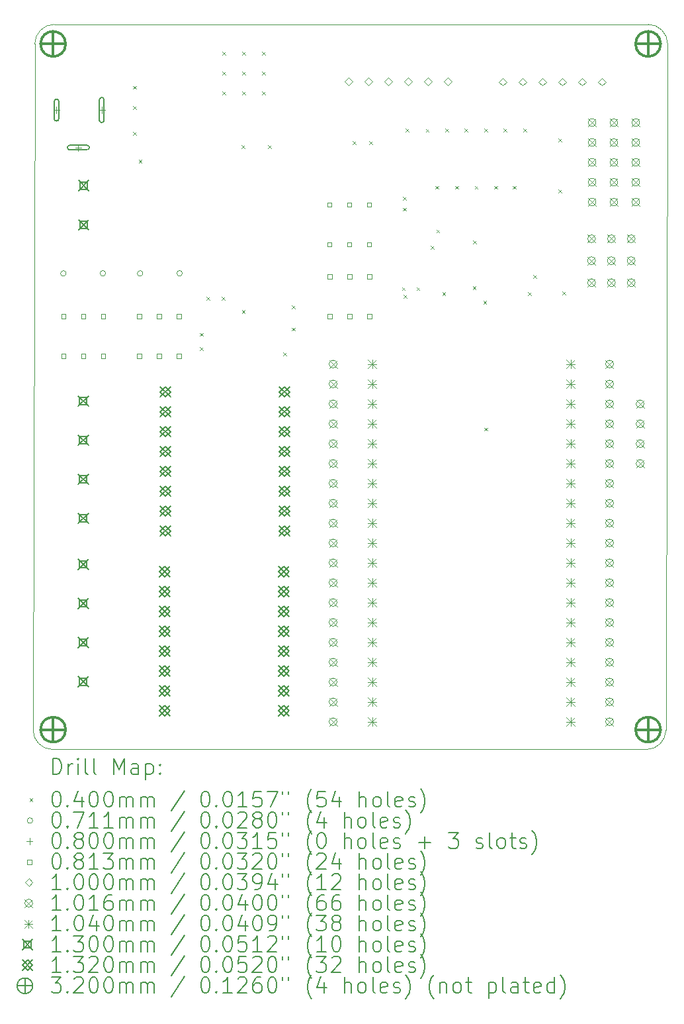
<source format=gbr>
%FSLAX45Y45*%
G04 Gerber Fmt 4.5, Leading zero omitted, Abs format (unit mm)*
G04 Created by KiCad (PCBNEW 6.0.1-79c1e3a40b~116~ubuntu20.04.1) date 2022-02-01 01:50:57*
%MOMM*%
%LPD*%
G01*
G04 APERTURE LIST*
%TA.AperFunction,Profile*%
%ADD10C,0.100000*%
%TD*%
%ADD11C,0.200000*%
%ADD12C,0.040000*%
%ADD13C,0.071100*%
%ADD14C,0.080000*%
%ADD15C,0.081280*%
%ADD16C,0.100000*%
%ADD17C,0.101600*%
%ADD18C,0.104000*%
%ADD19C,0.130000*%
%ADD20C,0.132000*%
%ADD21C,0.320000*%
G04 APERTURE END LIST*
D10*
X14828518Y-12213223D02*
G75*
G03*
X15078518Y-11963223I0J250000D01*
G01*
X15100000Y-3250000D02*
X15078518Y-11904096D01*
X6978518Y-11904096D02*
X6978518Y-11963223D01*
X14850000Y-2945000D02*
X7250000Y-2945000D01*
X15078518Y-11904096D02*
X15078518Y-11963223D01*
X15100000Y-3195000D02*
G75*
G03*
X14850000Y-2945000I-250000J0D01*
G01*
X7000000Y-3250000D02*
X6978518Y-11904096D01*
X6978518Y-11963223D02*
G75*
G03*
X7228518Y-12213223I250000J0D01*
G01*
X7228518Y-12213223D02*
X14828518Y-12213223D01*
X7000000Y-3195000D02*
X7000000Y-3250000D01*
X7250000Y-2945000D02*
G75*
G03*
X7000000Y-3195000I0J-250000D01*
G01*
X15100000Y-3195000D02*
X15100000Y-3250000D01*
D11*
D12*
X8260000Y-3730000D02*
X8300000Y-3770000D01*
X8300000Y-3730000D02*
X8260000Y-3770000D01*
X8260000Y-3990000D02*
X8300000Y-4030000D01*
X8300000Y-3990000D02*
X8260000Y-4030000D01*
X8260000Y-4320000D02*
X8300000Y-4360000D01*
X8300000Y-4320000D02*
X8260000Y-4360000D01*
X8330500Y-4675500D02*
X8370500Y-4715500D01*
X8370500Y-4675500D02*
X8330500Y-4715500D01*
X9110000Y-6890000D02*
X9150000Y-6930000D01*
X9150000Y-6890000D02*
X9110000Y-6930000D01*
X9110000Y-7070000D02*
X9150000Y-7110000D01*
X9150000Y-7070000D02*
X9110000Y-7110000D01*
X9200000Y-6430000D02*
X9240000Y-6470000D01*
X9240000Y-6430000D02*
X9200000Y-6470000D01*
X9390000Y-6430000D02*
X9430000Y-6470000D01*
X9430000Y-6430000D02*
X9390000Y-6470000D01*
X9400000Y-3296000D02*
X9440000Y-3336000D01*
X9440000Y-3296000D02*
X9400000Y-3336000D01*
X9400000Y-3550000D02*
X9440000Y-3590000D01*
X9440000Y-3550000D02*
X9400000Y-3590000D01*
X9400000Y-3804000D02*
X9440000Y-3844000D01*
X9440000Y-3804000D02*
X9400000Y-3844000D01*
X9646000Y-4491500D02*
X9686000Y-4531500D01*
X9686000Y-4491500D02*
X9646000Y-4531500D01*
X9650000Y-6598000D02*
X9690000Y-6638000D01*
X9690000Y-6598000D02*
X9650000Y-6638000D01*
X9654000Y-3296000D02*
X9694000Y-3336000D01*
X9694000Y-3296000D02*
X9654000Y-3336000D01*
X9654000Y-3550000D02*
X9694000Y-3590000D01*
X9694000Y-3550000D02*
X9654000Y-3590000D01*
X9654000Y-3804000D02*
X9694000Y-3844000D01*
X9694000Y-3804000D02*
X9654000Y-3844000D01*
X9908000Y-3296000D02*
X9948000Y-3336000D01*
X9948000Y-3296000D02*
X9908000Y-3336000D01*
X9908000Y-3550000D02*
X9948000Y-3590000D01*
X9948000Y-3550000D02*
X9908000Y-3590000D01*
X9908000Y-3804000D02*
X9948000Y-3844000D01*
X9948000Y-3804000D02*
X9908000Y-3844000D01*
X9986000Y-4491500D02*
X10026000Y-4531500D01*
X10026000Y-4491500D02*
X9986000Y-4531500D01*
X10180000Y-7140000D02*
X10220000Y-7180000D01*
X10220000Y-7140000D02*
X10180000Y-7180000D01*
X10288000Y-6540000D02*
X10328000Y-6580000D01*
X10328000Y-6540000D02*
X10288000Y-6580000D01*
X10288000Y-6822000D02*
X10328000Y-6862000D01*
X10328000Y-6822000D02*
X10288000Y-6862000D01*
X11068000Y-4438000D02*
X11108000Y-4478000D01*
X11108000Y-4438000D02*
X11068000Y-4478000D01*
X11279000Y-4437000D02*
X11319000Y-4477000D01*
X11319000Y-4437000D02*
X11279000Y-4477000D01*
X11700419Y-6304658D02*
X11740419Y-6344658D01*
X11740419Y-6304658D02*
X11700419Y-6344658D01*
X11710000Y-5150000D02*
X11750000Y-5190000D01*
X11750000Y-5150000D02*
X11710000Y-5190000D01*
X11712000Y-5289000D02*
X11752000Y-5329000D01*
X11752000Y-5289000D02*
X11712000Y-5329000D01*
X11718000Y-6403050D02*
X11758000Y-6443050D01*
X11758000Y-6403050D02*
X11718000Y-6443050D01*
X11748000Y-4277000D02*
X11788000Y-4317000D01*
X11788000Y-4277000D02*
X11748000Y-4317000D01*
X11887000Y-6305000D02*
X11927000Y-6345000D01*
X11927000Y-6305000D02*
X11887000Y-6345000D01*
X12005000Y-4281000D02*
X12045000Y-4321000D01*
X12045000Y-4281000D02*
X12005000Y-4321000D01*
X12064957Y-5772950D02*
X12104957Y-5812950D01*
X12104957Y-5772950D02*
X12064957Y-5812950D01*
X12130000Y-5010000D02*
X12170000Y-5050000D01*
X12170000Y-5010000D02*
X12130000Y-5050000D01*
X12139907Y-5567000D02*
X12179907Y-5607000D01*
X12179907Y-5567000D02*
X12139907Y-5607000D01*
X12217000Y-6370000D02*
X12257000Y-6410000D01*
X12257000Y-6370000D02*
X12217000Y-6410000D01*
X12253000Y-4280000D02*
X12293000Y-4320000D01*
X12293000Y-4280000D02*
X12253000Y-4320000D01*
X12380000Y-5010000D02*
X12420000Y-5050000D01*
X12420000Y-5010000D02*
X12380000Y-5050000D01*
X12501000Y-4278000D02*
X12541000Y-4318000D01*
X12541000Y-4278000D02*
X12501000Y-4318000D01*
X12605000Y-6295050D02*
X12645000Y-6335050D01*
X12645000Y-6295050D02*
X12605000Y-6335050D01*
X12607449Y-5705551D02*
X12647449Y-5745551D01*
X12647449Y-5705551D02*
X12607449Y-5745551D01*
X12630000Y-5010000D02*
X12670000Y-5050000D01*
X12670000Y-5010000D02*
X12630000Y-5050000D01*
X12742000Y-6480000D02*
X12782000Y-6520000D01*
X12782000Y-6480000D02*
X12742000Y-6520000D01*
X12753000Y-4279000D02*
X12793000Y-4319000D01*
X12793000Y-4279000D02*
X12753000Y-4319000D01*
X12755050Y-8099000D02*
X12795050Y-8139000D01*
X12795050Y-8099000D02*
X12755050Y-8139000D01*
X12880000Y-5010000D02*
X12920000Y-5050000D01*
X12920000Y-5010000D02*
X12880000Y-5050000D01*
X13000000Y-4278000D02*
X13040000Y-4318000D01*
X13040000Y-4278000D02*
X13000000Y-4318000D01*
X13120000Y-5010000D02*
X13160000Y-5050000D01*
X13160000Y-5010000D02*
X13120000Y-5050000D01*
X13251000Y-4277000D02*
X13291000Y-4317000D01*
X13291000Y-4277000D02*
X13251000Y-4317000D01*
X13310000Y-6370000D02*
X13350000Y-6410000D01*
X13350000Y-6370000D02*
X13310000Y-6410000D01*
X13380000Y-6150000D02*
X13420000Y-6190000D01*
X13420000Y-6150000D02*
X13380000Y-6190000D01*
X13704950Y-4405000D02*
X13744950Y-4445000D01*
X13744950Y-4405000D02*
X13704950Y-4445000D01*
X13705000Y-5054000D02*
X13745000Y-5094000D01*
X13745000Y-5054000D02*
X13705000Y-5094000D01*
X13750000Y-6360000D02*
X13790000Y-6400000D01*
X13790000Y-6360000D02*
X13750000Y-6400000D01*
D13*
X7402050Y-6128000D02*
G75*
G03*
X7402050Y-6128000I-35550J0D01*
G01*
X7907050Y-6128000D02*
G75*
G03*
X7907050Y-6128000I-35550J0D01*
G01*
X8384050Y-6128000D02*
G75*
G03*
X8384050Y-6128000I-35550J0D01*
G01*
X8889050Y-6128000D02*
G75*
G03*
X8889050Y-6128000I-35550J0D01*
G01*
D14*
X7278000Y-4000000D02*
X7278000Y-4080000D01*
X7238000Y-4040000D02*
X7318000Y-4040000D01*
D11*
X7248000Y-3930000D02*
X7248000Y-4150000D01*
X7308000Y-3930000D02*
X7308000Y-4150000D01*
X7248000Y-4150000D02*
G75*
G03*
X7308000Y-4150000I30000J0D01*
G01*
X7308000Y-3930000D02*
G75*
G03*
X7248000Y-3930000I-30000J0D01*
G01*
D14*
X7558000Y-4480000D02*
X7558000Y-4560000D01*
X7518000Y-4520000D02*
X7598000Y-4520000D01*
D11*
X7448000Y-4550000D02*
X7668000Y-4550000D01*
X7448000Y-4490000D02*
X7668000Y-4490000D01*
X7668000Y-4550000D02*
G75*
G03*
X7668000Y-4490000I0J30000D01*
G01*
X7448000Y-4490000D02*
G75*
G03*
X7448000Y-4550000I0J-30000D01*
G01*
D14*
X7858000Y-4000000D02*
X7858000Y-4080000D01*
X7818000Y-4040000D02*
X7898000Y-4040000D01*
D11*
X7828000Y-3910000D02*
X7828000Y-4170000D01*
X7888000Y-3910000D02*
X7888000Y-4170000D01*
X7828000Y-4170000D02*
G75*
G03*
X7888000Y-4170000I30000J0D01*
G01*
X7888000Y-3910000D02*
G75*
G03*
X7828000Y-3910000I-30000J0D01*
G01*
D15*
X7396737Y-6704974D02*
X7396737Y-6647500D01*
X7339263Y-6647500D01*
X7339263Y-6704974D01*
X7396737Y-6704974D01*
X7396737Y-7212974D02*
X7396737Y-7155500D01*
X7339263Y-7155500D01*
X7339263Y-7212974D01*
X7396737Y-7212974D01*
X7650737Y-6704974D02*
X7650737Y-6647500D01*
X7593263Y-6647500D01*
X7593263Y-6704974D01*
X7650737Y-6704974D01*
X7650737Y-7212974D02*
X7650737Y-7155500D01*
X7593263Y-7155500D01*
X7593263Y-7212974D01*
X7650737Y-7212974D01*
X7904737Y-6704974D02*
X7904737Y-6647500D01*
X7847263Y-6647500D01*
X7847263Y-6704974D01*
X7904737Y-6704974D01*
X7904737Y-7212974D02*
X7904737Y-7155500D01*
X7847263Y-7155500D01*
X7847263Y-7212974D01*
X7904737Y-7212974D01*
X8368737Y-6705737D02*
X8368737Y-6648263D01*
X8311263Y-6648263D01*
X8311263Y-6705737D01*
X8368737Y-6705737D01*
X8368737Y-7213737D02*
X8368737Y-7156263D01*
X8311263Y-7156263D01*
X8311263Y-7213737D01*
X8368737Y-7213737D01*
X8622737Y-6705737D02*
X8622737Y-6648263D01*
X8565263Y-6648263D01*
X8565263Y-6705737D01*
X8622737Y-6705737D01*
X8622737Y-7213737D02*
X8622737Y-7156263D01*
X8565263Y-7156263D01*
X8565263Y-7213737D01*
X8622737Y-7213737D01*
X8876737Y-6705737D02*
X8876737Y-6648263D01*
X8819263Y-6648263D01*
X8819263Y-6705737D01*
X8876737Y-6705737D01*
X8876737Y-7213737D02*
X8876737Y-7156263D01*
X8819263Y-7156263D01*
X8819263Y-7213737D01*
X8876737Y-7213737D01*
X10800737Y-5277447D02*
X10800737Y-5219973D01*
X10743263Y-5219973D01*
X10743263Y-5277447D01*
X10800737Y-5277447D01*
X10800737Y-5785447D02*
X10800737Y-5727973D01*
X10743263Y-5727973D01*
X10743263Y-5785447D01*
X10800737Y-5785447D01*
X10806737Y-6194476D02*
X10806737Y-6137001D01*
X10749263Y-6137001D01*
X10749263Y-6194476D01*
X10806737Y-6194476D01*
X10806737Y-6702476D02*
X10806737Y-6645001D01*
X10749263Y-6645001D01*
X10749263Y-6702476D01*
X10806737Y-6702476D01*
X11054737Y-5277447D02*
X11054737Y-5219973D01*
X10997263Y-5219973D01*
X10997263Y-5277447D01*
X11054737Y-5277447D01*
X11054737Y-5785447D02*
X11054737Y-5727973D01*
X10997263Y-5727973D01*
X10997263Y-5785447D01*
X11054737Y-5785447D01*
X11060737Y-6194476D02*
X11060737Y-6137001D01*
X11003263Y-6137001D01*
X11003263Y-6194476D01*
X11060737Y-6194476D01*
X11060737Y-6702476D02*
X11060737Y-6645001D01*
X11003263Y-6645001D01*
X11003263Y-6702476D01*
X11060737Y-6702476D01*
X11308737Y-5277447D02*
X11308737Y-5219973D01*
X11251263Y-5219973D01*
X11251263Y-5277447D01*
X11308737Y-5277447D01*
X11308737Y-5785447D02*
X11308737Y-5727973D01*
X11251263Y-5727973D01*
X11251263Y-5785447D01*
X11308737Y-5785447D01*
X11314737Y-6194476D02*
X11314737Y-6137001D01*
X11257263Y-6137001D01*
X11257263Y-6194476D01*
X11314737Y-6194476D01*
X11314737Y-6702476D02*
X11314737Y-6645001D01*
X11257263Y-6645001D01*
X11257263Y-6702476D01*
X11314737Y-6702476D01*
D16*
X11019000Y-3728000D02*
X11069000Y-3678000D01*
X11019000Y-3628000D01*
X10969000Y-3678000D01*
X11019000Y-3728000D01*
X11273000Y-3728000D02*
X11323000Y-3678000D01*
X11273000Y-3628000D01*
X11223000Y-3678000D01*
X11273000Y-3728000D01*
X11527000Y-3728000D02*
X11577000Y-3678000D01*
X11527000Y-3628000D01*
X11477000Y-3678000D01*
X11527000Y-3728000D01*
X11781000Y-3728000D02*
X11831000Y-3678000D01*
X11781000Y-3628000D01*
X11731000Y-3678000D01*
X11781000Y-3728000D01*
X12035000Y-3728000D02*
X12085000Y-3678000D01*
X12035000Y-3628000D01*
X11985000Y-3678000D01*
X12035000Y-3728000D01*
X12289000Y-3728000D02*
X12339000Y-3678000D01*
X12289000Y-3628000D01*
X12239000Y-3678000D01*
X12289000Y-3728000D01*
X12992000Y-3729000D02*
X13042000Y-3679000D01*
X12992000Y-3629000D01*
X12942000Y-3679000D01*
X12992000Y-3729000D01*
X13246000Y-3729000D02*
X13296000Y-3679000D01*
X13246000Y-3629000D01*
X13196000Y-3679000D01*
X13246000Y-3729000D01*
X13500000Y-3729000D02*
X13550000Y-3679000D01*
X13500000Y-3629000D01*
X13450000Y-3679000D01*
X13500000Y-3729000D01*
X13754000Y-3729000D02*
X13804000Y-3679000D01*
X13754000Y-3629000D01*
X13704000Y-3679000D01*
X13754000Y-3729000D01*
X14008000Y-3729000D02*
X14058000Y-3679000D01*
X14008000Y-3629000D01*
X13958000Y-3679000D01*
X14008000Y-3729000D01*
X14262000Y-3729000D02*
X14312000Y-3679000D01*
X14262000Y-3629000D01*
X14212000Y-3679000D01*
X14262000Y-3729000D01*
D17*
X10767142Y-7236084D02*
X10868742Y-7337684D01*
X10868742Y-7236084D02*
X10767142Y-7337684D01*
X10868742Y-7286884D02*
G75*
G03*
X10868742Y-7286884I-50800J0D01*
G01*
X10767142Y-7490084D02*
X10868742Y-7591684D01*
X10868742Y-7490084D02*
X10767142Y-7591684D01*
X10868742Y-7540884D02*
G75*
G03*
X10868742Y-7540884I-50800J0D01*
G01*
X10767142Y-7744084D02*
X10868742Y-7845684D01*
X10868742Y-7744084D02*
X10767142Y-7845684D01*
X10868742Y-7794884D02*
G75*
G03*
X10868742Y-7794884I-50800J0D01*
G01*
X10767142Y-7998084D02*
X10868742Y-8099684D01*
X10868742Y-7998084D02*
X10767142Y-8099684D01*
X10868742Y-8048884D02*
G75*
G03*
X10868742Y-8048884I-50800J0D01*
G01*
X10767142Y-8252084D02*
X10868742Y-8353684D01*
X10868742Y-8252084D02*
X10767142Y-8353684D01*
X10868742Y-8302884D02*
G75*
G03*
X10868742Y-8302884I-50800J0D01*
G01*
X10767142Y-8506084D02*
X10868742Y-8607684D01*
X10868742Y-8506084D02*
X10767142Y-8607684D01*
X10868742Y-8556884D02*
G75*
G03*
X10868742Y-8556884I-50800J0D01*
G01*
X10767142Y-8760084D02*
X10868742Y-8861684D01*
X10868742Y-8760084D02*
X10767142Y-8861684D01*
X10868742Y-8810884D02*
G75*
G03*
X10868742Y-8810884I-50800J0D01*
G01*
X10767142Y-9014084D02*
X10868742Y-9115684D01*
X10868742Y-9014084D02*
X10767142Y-9115684D01*
X10868742Y-9064884D02*
G75*
G03*
X10868742Y-9064884I-50800J0D01*
G01*
X10767142Y-9268084D02*
X10868742Y-9369684D01*
X10868742Y-9268084D02*
X10767142Y-9369684D01*
X10868742Y-9318884D02*
G75*
G03*
X10868742Y-9318884I-50800J0D01*
G01*
X10767142Y-9522084D02*
X10868742Y-9623684D01*
X10868742Y-9522084D02*
X10767142Y-9623684D01*
X10868742Y-9572884D02*
G75*
G03*
X10868742Y-9572884I-50800J0D01*
G01*
X10767142Y-9776084D02*
X10868742Y-9877684D01*
X10868742Y-9776084D02*
X10767142Y-9877684D01*
X10868742Y-9826884D02*
G75*
G03*
X10868742Y-9826884I-50800J0D01*
G01*
X10767142Y-10030084D02*
X10868742Y-10131684D01*
X10868742Y-10030084D02*
X10767142Y-10131684D01*
X10868742Y-10080884D02*
G75*
G03*
X10868742Y-10080884I-50800J0D01*
G01*
X10767142Y-10284084D02*
X10868742Y-10385684D01*
X10868742Y-10284084D02*
X10767142Y-10385684D01*
X10868742Y-10334884D02*
G75*
G03*
X10868742Y-10334884I-50800J0D01*
G01*
X10767142Y-10538084D02*
X10868742Y-10639684D01*
X10868742Y-10538084D02*
X10767142Y-10639684D01*
X10868742Y-10588884D02*
G75*
G03*
X10868742Y-10588884I-50800J0D01*
G01*
X10767142Y-10792084D02*
X10868742Y-10893684D01*
X10868742Y-10792084D02*
X10767142Y-10893684D01*
X10868742Y-10842884D02*
G75*
G03*
X10868742Y-10842884I-50800J0D01*
G01*
X10767142Y-11046084D02*
X10868742Y-11147684D01*
X10868742Y-11046084D02*
X10767142Y-11147684D01*
X10868742Y-11096884D02*
G75*
G03*
X10868742Y-11096884I-50800J0D01*
G01*
X10767142Y-11300084D02*
X10868742Y-11401684D01*
X10868742Y-11300084D02*
X10767142Y-11401684D01*
X10868742Y-11350884D02*
G75*
G03*
X10868742Y-11350884I-50800J0D01*
G01*
X10767142Y-11554084D02*
X10868742Y-11655684D01*
X10868742Y-11554084D02*
X10767142Y-11655684D01*
X10868742Y-11604884D02*
G75*
G03*
X10868742Y-11604884I-50800J0D01*
G01*
X10767142Y-11808084D02*
X10868742Y-11909684D01*
X10868742Y-11808084D02*
X10767142Y-11909684D01*
X10868742Y-11858884D02*
G75*
G03*
X10868742Y-11858884I-50800J0D01*
G01*
X14074200Y-5915200D02*
X14175800Y-6016800D01*
X14175800Y-5915200D02*
X14074200Y-6016800D01*
X14175800Y-5966000D02*
G75*
G03*
X14175800Y-5966000I-50800J0D01*
G01*
X14075200Y-5634200D02*
X14176800Y-5735800D01*
X14176800Y-5634200D02*
X14075200Y-5735800D01*
X14176800Y-5685000D02*
G75*
G03*
X14176800Y-5685000I-50800J0D01*
G01*
X14075200Y-6196600D02*
X14176800Y-6298200D01*
X14176800Y-6196600D02*
X14075200Y-6298200D01*
X14176800Y-6247400D02*
G75*
G03*
X14176800Y-6247400I-50800J0D01*
G01*
X14082454Y-4149000D02*
X14184054Y-4250600D01*
X14184054Y-4149000D02*
X14082454Y-4250600D01*
X14184054Y-4199800D02*
G75*
G03*
X14184054Y-4199800I-50800J0D01*
G01*
X14082454Y-4403000D02*
X14184054Y-4504600D01*
X14184054Y-4403000D02*
X14082454Y-4504600D01*
X14184054Y-4453800D02*
G75*
G03*
X14184054Y-4453800I-50800J0D01*
G01*
X14082454Y-4657000D02*
X14184054Y-4758600D01*
X14184054Y-4657000D02*
X14082454Y-4758600D01*
X14184054Y-4707800D02*
G75*
G03*
X14184054Y-4707800I-50800J0D01*
G01*
X14082454Y-4911000D02*
X14184054Y-5012600D01*
X14184054Y-4911000D02*
X14082454Y-5012600D01*
X14184054Y-4961800D02*
G75*
G03*
X14184054Y-4961800I-50800J0D01*
G01*
X14082454Y-5165000D02*
X14184054Y-5266600D01*
X14184054Y-5165000D02*
X14082454Y-5266600D01*
X14184054Y-5215800D02*
G75*
G03*
X14184054Y-5215800I-50800J0D01*
G01*
X14306142Y-7236084D02*
X14407742Y-7337684D01*
X14407742Y-7236084D02*
X14306142Y-7337684D01*
X14407742Y-7286884D02*
G75*
G03*
X14407742Y-7286884I-50800J0D01*
G01*
X14306142Y-7490084D02*
X14407742Y-7591684D01*
X14407742Y-7490084D02*
X14306142Y-7591684D01*
X14407742Y-7540884D02*
G75*
G03*
X14407742Y-7540884I-50800J0D01*
G01*
X14306142Y-7744084D02*
X14407742Y-7845684D01*
X14407742Y-7744084D02*
X14306142Y-7845684D01*
X14407742Y-7794884D02*
G75*
G03*
X14407742Y-7794884I-50800J0D01*
G01*
X14306142Y-7998084D02*
X14407742Y-8099684D01*
X14407742Y-7998084D02*
X14306142Y-8099684D01*
X14407742Y-8048884D02*
G75*
G03*
X14407742Y-8048884I-50800J0D01*
G01*
X14306142Y-8252084D02*
X14407742Y-8353684D01*
X14407742Y-8252084D02*
X14306142Y-8353684D01*
X14407742Y-8302884D02*
G75*
G03*
X14407742Y-8302884I-50800J0D01*
G01*
X14306142Y-8506084D02*
X14407742Y-8607684D01*
X14407742Y-8506084D02*
X14306142Y-8607684D01*
X14407742Y-8556884D02*
G75*
G03*
X14407742Y-8556884I-50800J0D01*
G01*
X14306142Y-8760084D02*
X14407742Y-8861684D01*
X14407742Y-8760084D02*
X14306142Y-8861684D01*
X14407742Y-8810884D02*
G75*
G03*
X14407742Y-8810884I-50800J0D01*
G01*
X14306142Y-9014084D02*
X14407742Y-9115684D01*
X14407742Y-9014084D02*
X14306142Y-9115684D01*
X14407742Y-9064884D02*
G75*
G03*
X14407742Y-9064884I-50800J0D01*
G01*
X14306142Y-9268084D02*
X14407742Y-9369684D01*
X14407742Y-9268084D02*
X14306142Y-9369684D01*
X14407742Y-9318884D02*
G75*
G03*
X14407742Y-9318884I-50800J0D01*
G01*
X14306142Y-9522084D02*
X14407742Y-9623684D01*
X14407742Y-9522084D02*
X14306142Y-9623684D01*
X14407742Y-9572884D02*
G75*
G03*
X14407742Y-9572884I-50800J0D01*
G01*
X14306142Y-9776084D02*
X14407742Y-9877684D01*
X14407742Y-9776084D02*
X14306142Y-9877684D01*
X14407742Y-9826884D02*
G75*
G03*
X14407742Y-9826884I-50800J0D01*
G01*
X14306142Y-10030084D02*
X14407742Y-10131684D01*
X14407742Y-10030084D02*
X14306142Y-10131684D01*
X14407742Y-10080884D02*
G75*
G03*
X14407742Y-10080884I-50800J0D01*
G01*
X14306142Y-10284084D02*
X14407742Y-10385684D01*
X14407742Y-10284084D02*
X14306142Y-10385684D01*
X14407742Y-10334884D02*
G75*
G03*
X14407742Y-10334884I-50800J0D01*
G01*
X14306142Y-10538084D02*
X14407742Y-10639684D01*
X14407742Y-10538084D02*
X14306142Y-10639684D01*
X14407742Y-10588884D02*
G75*
G03*
X14407742Y-10588884I-50800J0D01*
G01*
X14306142Y-10792084D02*
X14407742Y-10893684D01*
X14407742Y-10792084D02*
X14306142Y-10893684D01*
X14407742Y-10842884D02*
G75*
G03*
X14407742Y-10842884I-50800J0D01*
G01*
X14306142Y-11046084D02*
X14407742Y-11147684D01*
X14407742Y-11046084D02*
X14306142Y-11147684D01*
X14407742Y-11096884D02*
G75*
G03*
X14407742Y-11096884I-50800J0D01*
G01*
X14306142Y-11300084D02*
X14407742Y-11401684D01*
X14407742Y-11300084D02*
X14306142Y-11401684D01*
X14407742Y-11350884D02*
G75*
G03*
X14407742Y-11350884I-50800J0D01*
G01*
X14306142Y-11554084D02*
X14407742Y-11655684D01*
X14407742Y-11554084D02*
X14306142Y-11655684D01*
X14407742Y-11604884D02*
G75*
G03*
X14407742Y-11604884I-50800J0D01*
G01*
X14306142Y-11808084D02*
X14407742Y-11909684D01*
X14407742Y-11808084D02*
X14306142Y-11909684D01*
X14407742Y-11858884D02*
G75*
G03*
X14407742Y-11858884I-50800J0D01*
G01*
X14328200Y-5915200D02*
X14429800Y-6016800D01*
X14429800Y-5915200D02*
X14328200Y-6016800D01*
X14429800Y-5966000D02*
G75*
G03*
X14429800Y-5966000I-50800J0D01*
G01*
X14329200Y-5634200D02*
X14430800Y-5735800D01*
X14430800Y-5634200D02*
X14329200Y-5735800D01*
X14430800Y-5685000D02*
G75*
G03*
X14430800Y-5685000I-50800J0D01*
G01*
X14329200Y-6196600D02*
X14430800Y-6298200D01*
X14430800Y-6196600D02*
X14329200Y-6298200D01*
X14430800Y-6247400D02*
G75*
G03*
X14430800Y-6247400I-50800J0D01*
G01*
X14361454Y-4149800D02*
X14463054Y-4251400D01*
X14463054Y-4149800D02*
X14361454Y-4251400D01*
X14463054Y-4200600D02*
G75*
G03*
X14463054Y-4200600I-50800J0D01*
G01*
X14361454Y-4403800D02*
X14463054Y-4505400D01*
X14463054Y-4403800D02*
X14361454Y-4505400D01*
X14463054Y-4454600D02*
G75*
G03*
X14463054Y-4454600I-50800J0D01*
G01*
X14361454Y-4657800D02*
X14463054Y-4759400D01*
X14463054Y-4657800D02*
X14361454Y-4759400D01*
X14463054Y-4708600D02*
G75*
G03*
X14463054Y-4708600I-50800J0D01*
G01*
X14361454Y-4911800D02*
X14463054Y-5013400D01*
X14463054Y-4911800D02*
X14361454Y-5013400D01*
X14463054Y-4962600D02*
G75*
G03*
X14463054Y-4962600I-50800J0D01*
G01*
X14361454Y-5165800D02*
X14463054Y-5267400D01*
X14463054Y-5165800D02*
X14361454Y-5267400D01*
X14463054Y-5216600D02*
G75*
G03*
X14463054Y-5216600I-50800J0D01*
G01*
X14582200Y-5915200D02*
X14683800Y-6016800D01*
X14683800Y-5915200D02*
X14582200Y-6016800D01*
X14683800Y-5966000D02*
G75*
G03*
X14683800Y-5966000I-50800J0D01*
G01*
X14583200Y-5634200D02*
X14684800Y-5735800D01*
X14684800Y-5634200D02*
X14583200Y-5735800D01*
X14684800Y-5685000D02*
G75*
G03*
X14684800Y-5685000I-50800J0D01*
G01*
X14583200Y-6196600D02*
X14684800Y-6298200D01*
X14684800Y-6196600D02*
X14583200Y-6298200D01*
X14684800Y-6247400D02*
G75*
G03*
X14684800Y-6247400I-50800J0D01*
G01*
X14641454Y-4149800D02*
X14743054Y-4251400D01*
X14743054Y-4149800D02*
X14641454Y-4251400D01*
X14743054Y-4200600D02*
G75*
G03*
X14743054Y-4200600I-50800J0D01*
G01*
X14641454Y-4403800D02*
X14743054Y-4505400D01*
X14743054Y-4403800D02*
X14641454Y-4505400D01*
X14743054Y-4454600D02*
G75*
G03*
X14743054Y-4454600I-50800J0D01*
G01*
X14641454Y-4657800D02*
X14743054Y-4759400D01*
X14743054Y-4657800D02*
X14641454Y-4759400D01*
X14743054Y-4708600D02*
G75*
G03*
X14743054Y-4708600I-50800J0D01*
G01*
X14641454Y-4911800D02*
X14743054Y-5013400D01*
X14743054Y-4911800D02*
X14641454Y-5013400D01*
X14743054Y-4962600D02*
G75*
G03*
X14743054Y-4962600I-50800J0D01*
G01*
X14641454Y-5165800D02*
X14743054Y-5267400D01*
X14743054Y-5165800D02*
X14641454Y-5267400D01*
X14743054Y-5216600D02*
G75*
G03*
X14743054Y-5216600I-50800J0D01*
G01*
X14697200Y-7745200D02*
X14798800Y-7846800D01*
X14798800Y-7745200D02*
X14697200Y-7846800D01*
X14798800Y-7796000D02*
G75*
G03*
X14798800Y-7796000I-50800J0D01*
G01*
X14697200Y-7999200D02*
X14798800Y-8100800D01*
X14798800Y-7999200D02*
X14697200Y-8100800D01*
X14798800Y-8050000D02*
G75*
G03*
X14798800Y-8050000I-50800J0D01*
G01*
X14697200Y-8253200D02*
X14798800Y-8354800D01*
X14798800Y-8253200D02*
X14697200Y-8354800D01*
X14798800Y-8304000D02*
G75*
G03*
X14798800Y-8304000I-50800J0D01*
G01*
X14697200Y-8507200D02*
X14798800Y-8608800D01*
X14798800Y-8507200D02*
X14697200Y-8608800D01*
X14798800Y-8558000D02*
G75*
G03*
X14798800Y-8558000I-50800J0D01*
G01*
D18*
X11265942Y-7234884D02*
X11369942Y-7338884D01*
X11369942Y-7234884D02*
X11265942Y-7338884D01*
X11317942Y-7234884D02*
X11317942Y-7338884D01*
X11265942Y-7286884D02*
X11369942Y-7286884D01*
X11265942Y-7488884D02*
X11369942Y-7592884D01*
X11369942Y-7488884D02*
X11265942Y-7592884D01*
X11317942Y-7488884D02*
X11317942Y-7592884D01*
X11265942Y-7540884D02*
X11369942Y-7540884D01*
X11265942Y-7742884D02*
X11369942Y-7846884D01*
X11369942Y-7742884D02*
X11265942Y-7846884D01*
X11317942Y-7742884D02*
X11317942Y-7846884D01*
X11265942Y-7794884D02*
X11369942Y-7794884D01*
X11265942Y-7996884D02*
X11369942Y-8100884D01*
X11369942Y-7996884D02*
X11265942Y-8100884D01*
X11317942Y-7996884D02*
X11317942Y-8100884D01*
X11265942Y-8048884D02*
X11369942Y-8048884D01*
X11265942Y-8250884D02*
X11369942Y-8354884D01*
X11369942Y-8250884D02*
X11265942Y-8354884D01*
X11317942Y-8250884D02*
X11317942Y-8354884D01*
X11265942Y-8302884D02*
X11369942Y-8302884D01*
X11265942Y-8504884D02*
X11369942Y-8608884D01*
X11369942Y-8504884D02*
X11265942Y-8608884D01*
X11317942Y-8504884D02*
X11317942Y-8608884D01*
X11265942Y-8556884D02*
X11369942Y-8556884D01*
X11265942Y-8758884D02*
X11369942Y-8862884D01*
X11369942Y-8758884D02*
X11265942Y-8862884D01*
X11317942Y-8758884D02*
X11317942Y-8862884D01*
X11265942Y-8810884D02*
X11369942Y-8810884D01*
X11265942Y-9012884D02*
X11369942Y-9116884D01*
X11369942Y-9012884D02*
X11265942Y-9116884D01*
X11317942Y-9012884D02*
X11317942Y-9116884D01*
X11265942Y-9064884D02*
X11369942Y-9064884D01*
X11265942Y-9266884D02*
X11369942Y-9370884D01*
X11369942Y-9266884D02*
X11265942Y-9370884D01*
X11317942Y-9266884D02*
X11317942Y-9370884D01*
X11265942Y-9318884D02*
X11369942Y-9318884D01*
X11265942Y-9520884D02*
X11369942Y-9624884D01*
X11369942Y-9520884D02*
X11265942Y-9624884D01*
X11317942Y-9520884D02*
X11317942Y-9624884D01*
X11265942Y-9572884D02*
X11369942Y-9572884D01*
X11265942Y-9774884D02*
X11369942Y-9878884D01*
X11369942Y-9774884D02*
X11265942Y-9878884D01*
X11317942Y-9774884D02*
X11317942Y-9878884D01*
X11265942Y-9826884D02*
X11369942Y-9826884D01*
X11265942Y-10028884D02*
X11369942Y-10132884D01*
X11369942Y-10028884D02*
X11265942Y-10132884D01*
X11317942Y-10028884D02*
X11317942Y-10132884D01*
X11265942Y-10080884D02*
X11369942Y-10080884D01*
X11265942Y-10282884D02*
X11369942Y-10386884D01*
X11369942Y-10282884D02*
X11265942Y-10386884D01*
X11317942Y-10282884D02*
X11317942Y-10386884D01*
X11265942Y-10334884D02*
X11369942Y-10334884D01*
X11265942Y-10536884D02*
X11369942Y-10640884D01*
X11369942Y-10536884D02*
X11265942Y-10640884D01*
X11317942Y-10536884D02*
X11317942Y-10640884D01*
X11265942Y-10588884D02*
X11369942Y-10588884D01*
X11265942Y-10790884D02*
X11369942Y-10894884D01*
X11369942Y-10790884D02*
X11265942Y-10894884D01*
X11317942Y-10790884D02*
X11317942Y-10894884D01*
X11265942Y-10842884D02*
X11369942Y-10842884D01*
X11265942Y-11044884D02*
X11369942Y-11148884D01*
X11369942Y-11044884D02*
X11265942Y-11148884D01*
X11317942Y-11044884D02*
X11317942Y-11148884D01*
X11265942Y-11096884D02*
X11369942Y-11096884D01*
X11265942Y-11298884D02*
X11369942Y-11402884D01*
X11369942Y-11298884D02*
X11265942Y-11402884D01*
X11317942Y-11298884D02*
X11317942Y-11402884D01*
X11265942Y-11350884D02*
X11369942Y-11350884D01*
X11265942Y-11552884D02*
X11369942Y-11656884D01*
X11369942Y-11552884D02*
X11265942Y-11656884D01*
X11317942Y-11552884D02*
X11317942Y-11656884D01*
X11265942Y-11604884D02*
X11369942Y-11604884D01*
X11265942Y-11806884D02*
X11369942Y-11910884D01*
X11369942Y-11806884D02*
X11265942Y-11910884D01*
X11317942Y-11806884D02*
X11317942Y-11910884D01*
X11265942Y-11858884D02*
X11369942Y-11858884D01*
X13805942Y-7234884D02*
X13909942Y-7338884D01*
X13909942Y-7234884D02*
X13805942Y-7338884D01*
X13857942Y-7234884D02*
X13857942Y-7338884D01*
X13805942Y-7286884D02*
X13909942Y-7286884D01*
X13805942Y-7488884D02*
X13909942Y-7592884D01*
X13909942Y-7488884D02*
X13805942Y-7592884D01*
X13857942Y-7488884D02*
X13857942Y-7592884D01*
X13805942Y-7540884D02*
X13909942Y-7540884D01*
X13805942Y-7742884D02*
X13909942Y-7846884D01*
X13909942Y-7742884D02*
X13805942Y-7846884D01*
X13857942Y-7742884D02*
X13857942Y-7846884D01*
X13805942Y-7794884D02*
X13909942Y-7794884D01*
X13805942Y-7996884D02*
X13909942Y-8100884D01*
X13909942Y-7996884D02*
X13805942Y-8100884D01*
X13857942Y-7996884D02*
X13857942Y-8100884D01*
X13805942Y-8048884D02*
X13909942Y-8048884D01*
X13805942Y-8250884D02*
X13909942Y-8354884D01*
X13909942Y-8250884D02*
X13805942Y-8354884D01*
X13857942Y-8250884D02*
X13857942Y-8354884D01*
X13805942Y-8302884D02*
X13909942Y-8302884D01*
X13805942Y-8504884D02*
X13909942Y-8608884D01*
X13909942Y-8504884D02*
X13805942Y-8608884D01*
X13857942Y-8504884D02*
X13857942Y-8608884D01*
X13805942Y-8556884D02*
X13909942Y-8556884D01*
X13805942Y-8758884D02*
X13909942Y-8862884D01*
X13909942Y-8758884D02*
X13805942Y-8862884D01*
X13857942Y-8758884D02*
X13857942Y-8862884D01*
X13805942Y-8810884D02*
X13909942Y-8810884D01*
X13805942Y-9012884D02*
X13909942Y-9116884D01*
X13909942Y-9012884D02*
X13805942Y-9116884D01*
X13857942Y-9012884D02*
X13857942Y-9116884D01*
X13805942Y-9064884D02*
X13909942Y-9064884D01*
X13805942Y-9266884D02*
X13909942Y-9370884D01*
X13909942Y-9266884D02*
X13805942Y-9370884D01*
X13857942Y-9266884D02*
X13857942Y-9370884D01*
X13805942Y-9318884D02*
X13909942Y-9318884D01*
X13805942Y-9520884D02*
X13909942Y-9624884D01*
X13909942Y-9520884D02*
X13805942Y-9624884D01*
X13857942Y-9520884D02*
X13857942Y-9624884D01*
X13805942Y-9572884D02*
X13909942Y-9572884D01*
X13805942Y-9774884D02*
X13909942Y-9878884D01*
X13909942Y-9774884D02*
X13805942Y-9878884D01*
X13857942Y-9774884D02*
X13857942Y-9878884D01*
X13805942Y-9826884D02*
X13909942Y-9826884D01*
X13805942Y-10028884D02*
X13909942Y-10132884D01*
X13909942Y-10028884D02*
X13805942Y-10132884D01*
X13857942Y-10028884D02*
X13857942Y-10132884D01*
X13805942Y-10080884D02*
X13909942Y-10080884D01*
X13805942Y-10282884D02*
X13909942Y-10386884D01*
X13909942Y-10282884D02*
X13805942Y-10386884D01*
X13857942Y-10282884D02*
X13857942Y-10386884D01*
X13805942Y-10334884D02*
X13909942Y-10334884D01*
X13805942Y-10536884D02*
X13909942Y-10640884D01*
X13909942Y-10536884D02*
X13805942Y-10640884D01*
X13857942Y-10536884D02*
X13857942Y-10640884D01*
X13805942Y-10588884D02*
X13909942Y-10588884D01*
X13805942Y-10790884D02*
X13909942Y-10894884D01*
X13909942Y-10790884D02*
X13805942Y-10894884D01*
X13857942Y-10790884D02*
X13857942Y-10894884D01*
X13805942Y-10842884D02*
X13909942Y-10842884D01*
X13805942Y-11044884D02*
X13909942Y-11148884D01*
X13909942Y-11044884D02*
X13805942Y-11148884D01*
X13857942Y-11044884D02*
X13857942Y-11148884D01*
X13805942Y-11096884D02*
X13909942Y-11096884D01*
X13805942Y-11298884D02*
X13909942Y-11402884D01*
X13909942Y-11298884D02*
X13805942Y-11402884D01*
X13857942Y-11298884D02*
X13857942Y-11402884D01*
X13805942Y-11350884D02*
X13909942Y-11350884D01*
X13805942Y-11552884D02*
X13909942Y-11656884D01*
X13909942Y-11552884D02*
X13805942Y-11656884D01*
X13857942Y-11552884D02*
X13857942Y-11656884D01*
X13805942Y-11604884D02*
X13909942Y-11604884D01*
X13805942Y-11806884D02*
X13909942Y-11910884D01*
X13909942Y-11806884D02*
X13805942Y-11910884D01*
X13857942Y-11806884D02*
X13857942Y-11910884D01*
X13805942Y-11858884D02*
X13909942Y-11858884D01*
D19*
X7556000Y-7692950D02*
X7686000Y-7822950D01*
X7686000Y-7692950D02*
X7556000Y-7822950D01*
X7666962Y-7803912D02*
X7666962Y-7711987D01*
X7575038Y-7711987D01*
X7575038Y-7803912D01*
X7666962Y-7803912D01*
X7556000Y-8192950D02*
X7686000Y-8322950D01*
X7686000Y-8192950D02*
X7556000Y-8322950D01*
X7666962Y-8303912D02*
X7666962Y-8211987D01*
X7575038Y-8211987D01*
X7575038Y-8303912D01*
X7666962Y-8303912D01*
X7556000Y-8692950D02*
X7686000Y-8822950D01*
X7686000Y-8692950D02*
X7556000Y-8822950D01*
X7666962Y-8803912D02*
X7666962Y-8711987D01*
X7575038Y-8711987D01*
X7575038Y-8803912D01*
X7666962Y-8803912D01*
X7556000Y-9192950D02*
X7686000Y-9322950D01*
X7686000Y-9192950D02*
X7556000Y-9322950D01*
X7666962Y-9303912D02*
X7666962Y-9211987D01*
X7575038Y-9211987D01*
X7575038Y-9303912D01*
X7666962Y-9303912D01*
X7556000Y-9781375D02*
X7686000Y-9911375D01*
X7686000Y-9781375D02*
X7556000Y-9911375D01*
X7666962Y-9892337D02*
X7666962Y-9800413D01*
X7575038Y-9800413D01*
X7575038Y-9892337D01*
X7666962Y-9892337D01*
X7556000Y-10281375D02*
X7686000Y-10411375D01*
X7686000Y-10281375D02*
X7556000Y-10411375D01*
X7666962Y-10392337D02*
X7666962Y-10300413D01*
X7575038Y-10300413D01*
X7575038Y-10392337D01*
X7666962Y-10392337D01*
X7556000Y-10781375D02*
X7686000Y-10911375D01*
X7686000Y-10781375D02*
X7556000Y-10911375D01*
X7666962Y-10892337D02*
X7666962Y-10800413D01*
X7575038Y-10800413D01*
X7575038Y-10892337D01*
X7666962Y-10892337D01*
X7556000Y-11281375D02*
X7686000Y-11411375D01*
X7686000Y-11281375D02*
X7556000Y-11411375D01*
X7666962Y-11392337D02*
X7666962Y-11300413D01*
X7575038Y-11300413D01*
X7575038Y-11392337D01*
X7666962Y-11392337D01*
X7562000Y-4940372D02*
X7692000Y-5070372D01*
X7692000Y-4940372D02*
X7562000Y-5070372D01*
X7672962Y-5051335D02*
X7672962Y-4959410D01*
X7581038Y-4959410D01*
X7581038Y-5051335D01*
X7672962Y-5051335D01*
X7562000Y-5440372D02*
X7692000Y-5570372D01*
X7692000Y-5440372D02*
X7562000Y-5570372D01*
X7672962Y-5551335D02*
X7672962Y-5459410D01*
X7581038Y-5459410D01*
X7581038Y-5551335D01*
X7672962Y-5551335D01*
D20*
X8599000Y-9875553D02*
X8731000Y-10007553D01*
X8731000Y-9875553D02*
X8599000Y-10007553D01*
X8665000Y-10007553D02*
X8731000Y-9941553D01*
X8665000Y-9875553D01*
X8599000Y-9941553D01*
X8665000Y-10007553D01*
X8599000Y-10129553D02*
X8731000Y-10261553D01*
X8731000Y-10129553D02*
X8599000Y-10261553D01*
X8665000Y-10261553D02*
X8731000Y-10195553D01*
X8665000Y-10129553D01*
X8599000Y-10195553D01*
X8665000Y-10261553D01*
X8599000Y-10383553D02*
X8731000Y-10515553D01*
X8731000Y-10383553D02*
X8599000Y-10515553D01*
X8665000Y-10515553D02*
X8731000Y-10449553D01*
X8665000Y-10383553D01*
X8599000Y-10449553D01*
X8665000Y-10515553D01*
X8599000Y-10637553D02*
X8731000Y-10769553D01*
X8731000Y-10637553D02*
X8599000Y-10769553D01*
X8665000Y-10769553D02*
X8731000Y-10703553D01*
X8665000Y-10637553D01*
X8599000Y-10703553D01*
X8665000Y-10769553D01*
X8599000Y-10891553D02*
X8731000Y-11023553D01*
X8731000Y-10891553D02*
X8599000Y-11023553D01*
X8665000Y-11023553D02*
X8731000Y-10957553D01*
X8665000Y-10891553D01*
X8599000Y-10957553D01*
X8665000Y-11023553D01*
X8599000Y-11145553D02*
X8731000Y-11277553D01*
X8731000Y-11145553D02*
X8599000Y-11277553D01*
X8665000Y-11277553D02*
X8731000Y-11211553D01*
X8665000Y-11145553D01*
X8599000Y-11211553D01*
X8665000Y-11277553D01*
X8599000Y-11399553D02*
X8731000Y-11531553D01*
X8731000Y-11399553D02*
X8599000Y-11531553D01*
X8665000Y-11531553D02*
X8731000Y-11465553D01*
X8665000Y-11399553D01*
X8599000Y-11465553D01*
X8665000Y-11531553D01*
X8599000Y-11653553D02*
X8731000Y-11785553D01*
X8731000Y-11653553D02*
X8599000Y-11785553D01*
X8665000Y-11785553D02*
X8731000Y-11719553D01*
X8665000Y-11653553D01*
X8599000Y-11719553D01*
X8665000Y-11785553D01*
X8606000Y-7576758D02*
X8738000Y-7708758D01*
X8738000Y-7576758D02*
X8606000Y-7708758D01*
X8672000Y-7708758D02*
X8738000Y-7642758D01*
X8672000Y-7576758D01*
X8606000Y-7642758D01*
X8672000Y-7708758D01*
X8606000Y-7830758D02*
X8738000Y-7962758D01*
X8738000Y-7830758D02*
X8606000Y-7962758D01*
X8672000Y-7962758D02*
X8738000Y-7896758D01*
X8672000Y-7830758D01*
X8606000Y-7896758D01*
X8672000Y-7962758D01*
X8606000Y-8084758D02*
X8738000Y-8216758D01*
X8738000Y-8084758D02*
X8606000Y-8216758D01*
X8672000Y-8216758D02*
X8738000Y-8150758D01*
X8672000Y-8084758D01*
X8606000Y-8150758D01*
X8672000Y-8216758D01*
X8606000Y-8338758D02*
X8738000Y-8470758D01*
X8738000Y-8338758D02*
X8606000Y-8470758D01*
X8672000Y-8470758D02*
X8738000Y-8404758D01*
X8672000Y-8338758D01*
X8606000Y-8404758D01*
X8672000Y-8470758D01*
X8606000Y-8592758D02*
X8738000Y-8724758D01*
X8738000Y-8592758D02*
X8606000Y-8724758D01*
X8672000Y-8724758D02*
X8738000Y-8658758D01*
X8672000Y-8592758D01*
X8606000Y-8658758D01*
X8672000Y-8724758D01*
X8606000Y-8846758D02*
X8738000Y-8978758D01*
X8738000Y-8846758D02*
X8606000Y-8978758D01*
X8672000Y-8978758D02*
X8738000Y-8912758D01*
X8672000Y-8846758D01*
X8606000Y-8912758D01*
X8672000Y-8978758D01*
X8606000Y-9100758D02*
X8738000Y-9232758D01*
X8738000Y-9100758D02*
X8606000Y-9232758D01*
X8672000Y-9232758D02*
X8738000Y-9166758D01*
X8672000Y-9100758D01*
X8606000Y-9166758D01*
X8672000Y-9232758D01*
X8606000Y-9354758D02*
X8738000Y-9486758D01*
X8738000Y-9354758D02*
X8606000Y-9486758D01*
X8672000Y-9486758D02*
X8738000Y-9420758D01*
X8672000Y-9354758D01*
X8606000Y-9420758D01*
X8672000Y-9486758D01*
X10123000Y-9875553D02*
X10255000Y-10007553D01*
X10255000Y-9875553D02*
X10123000Y-10007553D01*
X10189000Y-10007553D02*
X10255000Y-9941553D01*
X10189000Y-9875553D01*
X10123000Y-9941553D01*
X10189000Y-10007553D01*
X10123000Y-10129553D02*
X10255000Y-10261553D01*
X10255000Y-10129553D02*
X10123000Y-10261553D01*
X10189000Y-10261553D02*
X10255000Y-10195553D01*
X10189000Y-10129553D01*
X10123000Y-10195553D01*
X10189000Y-10261553D01*
X10123000Y-10383553D02*
X10255000Y-10515553D01*
X10255000Y-10383553D02*
X10123000Y-10515553D01*
X10189000Y-10515553D02*
X10255000Y-10449553D01*
X10189000Y-10383553D01*
X10123000Y-10449553D01*
X10189000Y-10515553D01*
X10123000Y-10637553D02*
X10255000Y-10769553D01*
X10255000Y-10637553D02*
X10123000Y-10769553D01*
X10189000Y-10769553D02*
X10255000Y-10703553D01*
X10189000Y-10637553D01*
X10123000Y-10703553D01*
X10189000Y-10769553D01*
X10123000Y-10891553D02*
X10255000Y-11023553D01*
X10255000Y-10891553D02*
X10123000Y-11023553D01*
X10189000Y-11023553D02*
X10255000Y-10957553D01*
X10189000Y-10891553D01*
X10123000Y-10957553D01*
X10189000Y-11023553D01*
X10123000Y-11145553D02*
X10255000Y-11277553D01*
X10255000Y-11145553D02*
X10123000Y-11277553D01*
X10189000Y-11277553D02*
X10255000Y-11211553D01*
X10189000Y-11145553D01*
X10123000Y-11211553D01*
X10189000Y-11277553D01*
X10123000Y-11399553D02*
X10255000Y-11531553D01*
X10255000Y-11399553D02*
X10123000Y-11531553D01*
X10189000Y-11531553D02*
X10255000Y-11465553D01*
X10189000Y-11399553D01*
X10123000Y-11465553D01*
X10189000Y-11531553D01*
X10123000Y-11653553D02*
X10255000Y-11785553D01*
X10255000Y-11653553D02*
X10123000Y-11785553D01*
X10189000Y-11785553D02*
X10255000Y-11719553D01*
X10189000Y-11653553D01*
X10123000Y-11719553D01*
X10189000Y-11785553D01*
X10130000Y-7576758D02*
X10262000Y-7708758D01*
X10262000Y-7576758D02*
X10130000Y-7708758D01*
X10196000Y-7708758D02*
X10262000Y-7642758D01*
X10196000Y-7576758D01*
X10130000Y-7642758D01*
X10196000Y-7708758D01*
X10130000Y-7830758D02*
X10262000Y-7962758D01*
X10262000Y-7830758D02*
X10130000Y-7962758D01*
X10196000Y-7962758D02*
X10262000Y-7896758D01*
X10196000Y-7830758D01*
X10130000Y-7896758D01*
X10196000Y-7962758D01*
X10130000Y-8084758D02*
X10262000Y-8216758D01*
X10262000Y-8084758D02*
X10130000Y-8216758D01*
X10196000Y-8216758D02*
X10262000Y-8150758D01*
X10196000Y-8084758D01*
X10130000Y-8150758D01*
X10196000Y-8216758D01*
X10130000Y-8338758D02*
X10262000Y-8470758D01*
X10262000Y-8338758D02*
X10130000Y-8470758D01*
X10196000Y-8470758D02*
X10262000Y-8404758D01*
X10196000Y-8338758D01*
X10130000Y-8404758D01*
X10196000Y-8470758D01*
X10130000Y-8592758D02*
X10262000Y-8724758D01*
X10262000Y-8592758D02*
X10130000Y-8724758D01*
X10196000Y-8724758D02*
X10262000Y-8658758D01*
X10196000Y-8592758D01*
X10130000Y-8658758D01*
X10196000Y-8724758D01*
X10130000Y-8846758D02*
X10262000Y-8978758D01*
X10262000Y-8846758D02*
X10130000Y-8978758D01*
X10196000Y-8978758D02*
X10262000Y-8912758D01*
X10196000Y-8846758D01*
X10130000Y-8912758D01*
X10196000Y-8978758D01*
X10130000Y-9100758D02*
X10262000Y-9232758D01*
X10262000Y-9100758D02*
X10130000Y-9232758D01*
X10196000Y-9232758D02*
X10262000Y-9166758D01*
X10196000Y-9100758D01*
X10130000Y-9166758D01*
X10196000Y-9232758D01*
X10130000Y-9354758D02*
X10262000Y-9486758D01*
X10262000Y-9354758D02*
X10130000Y-9486758D01*
X10196000Y-9486758D02*
X10262000Y-9420758D01*
X10196000Y-9354758D01*
X10130000Y-9420758D01*
X10196000Y-9486758D01*
D21*
X7235000Y-3035000D02*
X7235000Y-3355000D01*
X7075000Y-3195000D02*
X7395000Y-3195000D01*
X7395000Y-3195000D02*
G75*
G03*
X7395000Y-3195000I-160000J0D01*
G01*
X7235000Y-11800000D02*
X7235000Y-12120000D01*
X7075000Y-11960000D02*
X7395000Y-11960000D01*
X7395000Y-11960000D02*
G75*
G03*
X7395000Y-11960000I-160000J0D01*
G01*
X14850000Y-3035000D02*
X14850000Y-3355000D01*
X14690000Y-3195000D02*
X15010000Y-3195000D01*
X15010000Y-3195000D02*
G75*
G03*
X15010000Y-3195000I-160000J0D01*
G01*
X14850000Y-11800000D02*
X14850000Y-12120000D01*
X14690000Y-11960000D02*
X15010000Y-11960000D01*
X15010000Y-11960000D02*
G75*
G03*
X15010000Y-11960000I-160000J0D01*
G01*
D11*
X7231137Y-12528699D02*
X7231137Y-12328699D01*
X7278756Y-12328699D01*
X7307328Y-12338223D01*
X7326375Y-12357271D01*
X7335899Y-12376318D01*
X7345423Y-12414414D01*
X7345423Y-12442985D01*
X7335899Y-12481080D01*
X7326375Y-12500128D01*
X7307328Y-12519176D01*
X7278756Y-12528699D01*
X7231137Y-12528699D01*
X7431137Y-12528699D02*
X7431137Y-12395366D01*
X7431137Y-12433461D02*
X7440661Y-12414414D01*
X7450185Y-12404890D01*
X7469232Y-12395366D01*
X7488280Y-12395366D01*
X7554947Y-12528699D02*
X7554947Y-12395366D01*
X7554947Y-12328699D02*
X7545423Y-12338223D01*
X7554947Y-12347747D01*
X7564470Y-12338223D01*
X7554947Y-12328699D01*
X7554947Y-12347747D01*
X7678756Y-12528699D02*
X7659709Y-12519176D01*
X7650185Y-12500128D01*
X7650185Y-12328699D01*
X7783518Y-12528699D02*
X7764470Y-12519176D01*
X7754947Y-12500128D01*
X7754947Y-12328699D01*
X8012090Y-12528699D02*
X8012090Y-12328699D01*
X8078756Y-12471557D01*
X8145423Y-12328699D01*
X8145423Y-12528699D01*
X8326375Y-12528699D02*
X8326375Y-12423937D01*
X8316851Y-12404890D01*
X8297804Y-12395366D01*
X8259709Y-12395366D01*
X8240661Y-12404890D01*
X8326375Y-12519176D02*
X8307328Y-12528699D01*
X8259709Y-12528699D01*
X8240661Y-12519176D01*
X8231137Y-12500128D01*
X8231137Y-12481080D01*
X8240661Y-12462033D01*
X8259709Y-12452509D01*
X8307328Y-12452509D01*
X8326375Y-12442985D01*
X8421613Y-12395366D02*
X8421613Y-12595366D01*
X8421613Y-12404890D02*
X8440661Y-12395366D01*
X8478756Y-12395366D01*
X8497804Y-12404890D01*
X8507328Y-12414414D01*
X8516852Y-12433461D01*
X8516852Y-12490604D01*
X8507328Y-12509652D01*
X8497804Y-12519176D01*
X8478756Y-12528699D01*
X8440661Y-12528699D01*
X8421613Y-12519176D01*
X8602566Y-12509652D02*
X8612090Y-12519176D01*
X8602566Y-12528699D01*
X8593042Y-12519176D01*
X8602566Y-12509652D01*
X8602566Y-12528699D01*
X8602566Y-12404890D02*
X8612090Y-12414414D01*
X8602566Y-12423937D01*
X8593042Y-12414414D01*
X8602566Y-12404890D01*
X8602566Y-12423937D01*
D12*
X6933518Y-12838223D02*
X6973518Y-12878223D01*
X6973518Y-12838223D02*
X6933518Y-12878223D01*
D11*
X7269232Y-12748699D02*
X7288280Y-12748699D01*
X7307328Y-12758223D01*
X7316851Y-12767747D01*
X7326375Y-12786795D01*
X7335899Y-12824890D01*
X7335899Y-12872509D01*
X7326375Y-12910604D01*
X7316851Y-12929652D01*
X7307328Y-12939176D01*
X7288280Y-12948699D01*
X7269232Y-12948699D01*
X7250185Y-12939176D01*
X7240661Y-12929652D01*
X7231137Y-12910604D01*
X7221613Y-12872509D01*
X7221613Y-12824890D01*
X7231137Y-12786795D01*
X7240661Y-12767747D01*
X7250185Y-12758223D01*
X7269232Y-12748699D01*
X7421613Y-12929652D02*
X7431137Y-12939176D01*
X7421613Y-12948699D01*
X7412090Y-12939176D01*
X7421613Y-12929652D01*
X7421613Y-12948699D01*
X7602566Y-12815366D02*
X7602566Y-12948699D01*
X7554947Y-12739176D02*
X7507328Y-12882033D01*
X7631137Y-12882033D01*
X7745423Y-12748699D02*
X7764470Y-12748699D01*
X7783518Y-12758223D01*
X7793042Y-12767747D01*
X7802566Y-12786795D01*
X7812090Y-12824890D01*
X7812090Y-12872509D01*
X7802566Y-12910604D01*
X7793042Y-12929652D01*
X7783518Y-12939176D01*
X7764470Y-12948699D01*
X7745423Y-12948699D01*
X7726375Y-12939176D01*
X7716851Y-12929652D01*
X7707328Y-12910604D01*
X7697804Y-12872509D01*
X7697804Y-12824890D01*
X7707328Y-12786795D01*
X7716851Y-12767747D01*
X7726375Y-12758223D01*
X7745423Y-12748699D01*
X7935899Y-12748699D02*
X7954947Y-12748699D01*
X7973994Y-12758223D01*
X7983518Y-12767747D01*
X7993042Y-12786795D01*
X8002566Y-12824890D01*
X8002566Y-12872509D01*
X7993042Y-12910604D01*
X7983518Y-12929652D01*
X7973994Y-12939176D01*
X7954947Y-12948699D01*
X7935899Y-12948699D01*
X7916851Y-12939176D01*
X7907328Y-12929652D01*
X7897804Y-12910604D01*
X7888280Y-12872509D01*
X7888280Y-12824890D01*
X7897804Y-12786795D01*
X7907328Y-12767747D01*
X7916851Y-12758223D01*
X7935899Y-12748699D01*
X8088280Y-12948699D02*
X8088280Y-12815366D01*
X8088280Y-12834414D02*
X8097804Y-12824890D01*
X8116851Y-12815366D01*
X8145423Y-12815366D01*
X8164470Y-12824890D01*
X8173994Y-12843937D01*
X8173994Y-12948699D01*
X8173994Y-12843937D02*
X8183518Y-12824890D01*
X8202566Y-12815366D01*
X8231137Y-12815366D01*
X8250185Y-12824890D01*
X8259709Y-12843937D01*
X8259709Y-12948699D01*
X8354947Y-12948699D02*
X8354947Y-12815366D01*
X8354947Y-12834414D02*
X8364470Y-12824890D01*
X8383518Y-12815366D01*
X8412090Y-12815366D01*
X8431137Y-12824890D01*
X8440661Y-12843937D01*
X8440661Y-12948699D01*
X8440661Y-12843937D02*
X8450185Y-12824890D01*
X8469232Y-12815366D01*
X8497804Y-12815366D01*
X8516852Y-12824890D01*
X8526375Y-12843937D01*
X8526375Y-12948699D01*
X8916852Y-12739176D02*
X8745423Y-12996318D01*
X9173994Y-12748699D02*
X9193042Y-12748699D01*
X9212090Y-12758223D01*
X9221613Y-12767747D01*
X9231137Y-12786795D01*
X9240661Y-12824890D01*
X9240661Y-12872509D01*
X9231137Y-12910604D01*
X9221613Y-12929652D01*
X9212090Y-12939176D01*
X9193042Y-12948699D01*
X9173994Y-12948699D01*
X9154947Y-12939176D01*
X9145423Y-12929652D01*
X9135899Y-12910604D01*
X9126375Y-12872509D01*
X9126375Y-12824890D01*
X9135899Y-12786795D01*
X9145423Y-12767747D01*
X9154947Y-12758223D01*
X9173994Y-12748699D01*
X9326375Y-12929652D02*
X9335899Y-12939176D01*
X9326375Y-12948699D01*
X9316852Y-12939176D01*
X9326375Y-12929652D01*
X9326375Y-12948699D01*
X9459709Y-12748699D02*
X9478756Y-12748699D01*
X9497804Y-12758223D01*
X9507328Y-12767747D01*
X9516852Y-12786795D01*
X9526375Y-12824890D01*
X9526375Y-12872509D01*
X9516852Y-12910604D01*
X9507328Y-12929652D01*
X9497804Y-12939176D01*
X9478756Y-12948699D01*
X9459709Y-12948699D01*
X9440661Y-12939176D01*
X9431137Y-12929652D01*
X9421613Y-12910604D01*
X9412090Y-12872509D01*
X9412090Y-12824890D01*
X9421613Y-12786795D01*
X9431137Y-12767747D01*
X9440661Y-12758223D01*
X9459709Y-12748699D01*
X9716852Y-12948699D02*
X9602566Y-12948699D01*
X9659709Y-12948699D02*
X9659709Y-12748699D01*
X9640661Y-12777271D01*
X9621613Y-12796318D01*
X9602566Y-12805842D01*
X9897804Y-12748699D02*
X9802566Y-12748699D01*
X9793042Y-12843937D01*
X9802566Y-12834414D01*
X9821613Y-12824890D01*
X9869232Y-12824890D01*
X9888280Y-12834414D01*
X9897804Y-12843937D01*
X9907328Y-12862985D01*
X9907328Y-12910604D01*
X9897804Y-12929652D01*
X9888280Y-12939176D01*
X9869232Y-12948699D01*
X9821613Y-12948699D01*
X9802566Y-12939176D01*
X9793042Y-12929652D01*
X9973994Y-12748699D02*
X10107328Y-12748699D01*
X10021613Y-12948699D01*
X10173994Y-12748699D02*
X10173994Y-12786795D01*
X10250185Y-12748699D02*
X10250185Y-12786795D01*
X10545423Y-13024890D02*
X10535899Y-13015366D01*
X10516852Y-12986795D01*
X10507328Y-12967747D01*
X10497804Y-12939176D01*
X10488280Y-12891557D01*
X10488280Y-12853461D01*
X10497804Y-12805842D01*
X10507328Y-12777271D01*
X10516852Y-12758223D01*
X10535899Y-12729652D01*
X10545423Y-12720128D01*
X10716852Y-12748699D02*
X10621613Y-12748699D01*
X10612090Y-12843937D01*
X10621613Y-12834414D01*
X10640661Y-12824890D01*
X10688280Y-12824890D01*
X10707328Y-12834414D01*
X10716852Y-12843937D01*
X10726375Y-12862985D01*
X10726375Y-12910604D01*
X10716852Y-12929652D01*
X10707328Y-12939176D01*
X10688280Y-12948699D01*
X10640661Y-12948699D01*
X10621613Y-12939176D01*
X10612090Y-12929652D01*
X10897804Y-12815366D02*
X10897804Y-12948699D01*
X10850185Y-12739176D02*
X10802566Y-12882033D01*
X10926375Y-12882033D01*
X11154947Y-12948699D02*
X11154947Y-12748699D01*
X11240661Y-12948699D02*
X11240661Y-12843937D01*
X11231137Y-12824890D01*
X11212090Y-12815366D01*
X11183518Y-12815366D01*
X11164471Y-12824890D01*
X11154947Y-12834414D01*
X11364470Y-12948699D02*
X11345423Y-12939176D01*
X11335899Y-12929652D01*
X11326375Y-12910604D01*
X11326375Y-12853461D01*
X11335899Y-12834414D01*
X11345423Y-12824890D01*
X11364470Y-12815366D01*
X11393042Y-12815366D01*
X11412090Y-12824890D01*
X11421613Y-12834414D01*
X11431137Y-12853461D01*
X11431137Y-12910604D01*
X11421613Y-12929652D01*
X11412090Y-12939176D01*
X11393042Y-12948699D01*
X11364470Y-12948699D01*
X11545423Y-12948699D02*
X11526375Y-12939176D01*
X11516851Y-12920128D01*
X11516851Y-12748699D01*
X11697804Y-12939176D02*
X11678756Y-12948699D01*
X11640661Y-12948699D01*
X11621613Y-12939176D01*
X11612090Y-12920128D01*
X11612090Y-12843937D01*
X11621613Y-12824890D01*
X11640661Y-12815366D01*
X11678756Y-12815366D01*
X11697804Y-12824890D01*
X11707328Y-12843937D01*
X11707328Y-12862985D01*
X11612090Y-12882033D01*
X11783518Y-12939176D02*
X11802566Y-12948699D01*
X11840661Y-12948699D01*
X11859709Y-12939176D01*
X11869232Y-12920128D01*
X11869232Y-12910604D01*
X11859709Y-12891557D01*
X11840661Y-12882033D01*
X11812090Y-12882033D01*
X11793042Y-12872509D01*
X11783518Y-12853461D01*
X11783518Y-12843937D01*
X11793042Y-12824890D01*
X11812090Y-12815366D01*
X11840661Y-12815366D01*
X11859709Y-12824890D01*
X11935899Y-13024890D02*
X11945423Y-13015366D01*
X11964470Y-12986795D01*
X11973994Y-12967747D01*
X11983518Y-12939176D01*
X11993042Y-12891557D01*
X11993042Y-12853461D01*
X11983518Y-12805842D01*
X11973994Y-12777271D01*
X11964470Y-12758223D01*
X11945423Y-12729652D01*
X11935899Y-12720128D01*
D13*
X6973518Y-13122223D02*
G75*
G03*
X6973518Y-13122223I-35550J0D01*
G01*
D11*
X7269232Y-13012699D02*
X7288280Y-13012699D01*
X7307328Y-13022223D01*
X7316851Y-13031747D01*
X7326375Y-13050795D01*
X7335899Y-13088890D01*
X7335899Y-13136509D01*
X7326375Y-13174604D01*
X7316851Y-13193652D01*
X7307328Y-13203176D01*
X7288280Y-13212699D01*
X7269232Y-13212699D01*
X7250185Y-13203176D01*
X7240661Y-13193652D01*
X7231137Y-13174604D01*
X7221613Y-13136509D01*
X7221613Y-13088890D01*
X7231137Y-13050795D01*
X7240661Y-13031747D01*
X7250185Y-13022223D01*
X7269232Y-13012699D01*
X7421613Y-13193652D02*
X7431137Y-13203176D01*
X7421613Y-13212699D01*
X7412090Y-13203176D01*
X7421613Y-13193652D01*
X7421613Y-13212699D01*
X7497804Y-13012699D02*
X7631137Y-13012699D01*
X7545423Y-13212699D01*
X7812090Y-13212699D02*
X7697804Y-13212699D01*
X7754947Y-13212699D02*
X7754947Y-13012699D01*
X7735899Y-13041271D01*
X7716851Y-13060318D01*
X7697804Y-13069842D01*
X8002566Y-13212699D02*
X7888280Y-13212699D01*
X7945423Y-13212699D02*
X7945423Y-13012699D01*
X7926375Y-13041271D01*
X7907328Y-13060318D01*
X7888280Y-13069842D01*
X8088280Y-13212699D02*
X8088280Y-13079366D01*
X8088280Y-13098414D02*
X8097804Y-13088890D01*
X8116851Y-13079366D01*
X8145423Y-13079366D01*
X8164470Y-13088890D01*
X8173994Y-13107937D01*
X8173994Y-13212699D01*
X8173994Y-13107937D02*
X8183518Y-13088890D01*
X8202566Y-13079366D01*
X8231137Y-13079366D01*
X8250185Y-13088890D01*
X8259709Y-13107937D01*
X8259709Y-13212699D01*
X8354947Y-13212699D02*
X8354947Y-13079366D01*
X8354947Y-13098414D02*
X8364470Y-13088890D01*
X8383518Y-13079366D01*
X8412090Y-13079366D01*
X8431137Y-13088890D01*
X8440661Y-13107937D01*
X8440661Y-13212699D01*
X8440661Y-13107937D02*
X8450185Y-13088890D01*
X8469232Y-13079366D01*
X8497804Y-13079366D01*
X8516852Y-13088890D01*
X8526375Y-13107937D01*
X8526375Y-13212699D01*
X8916852Y-13003176D02*
X8745423Y-13260318D01*
X9173994Y-13012699D02*
X9193042Y-13012699D01*
X9212090Y-13022223D01*
X9221613Y-13031747D01*
X9231137Y-13050795D01*
X9240661Y-13088890D01*
X9240661Y-13136509D01*
X9231137Y-13174604D01*
X9221613Y-13193652D01*
X9212090Y-13203176D01*
X9193042Y-13212699D01*
X9173994Y-13212699D01*
X9154947Y-13203176D01*
X9145423Y-13193652D01*
X9135899Y-13174604D01*
X9126375Y-13136509D01*
X9126375Y-13088890D01*
X9135899Y-13050795D01*
X9145423Y-13031747D01*
X9154947Y-13022223D01*
X9173994Y-13012699D01*
X9326375Y-13193652D02*
X9335899Y-13203176D01*
X9326375Y-13212699D01*
X9316852Y-13203176D01*
X9326375Y-13193652D01*
X9326375Y-13212699D01*
X9459709Y-13012699D02*
X9478756Y-13012699D01*
X9497804Y-13022223D01*
X9507328Y-13031747D01*
X9516852Y-13050795D01*
X9526375Y-13088890D01*
X9526375Y-13136509D01*
X9516852Y-13174604D01*
X9507328Y-13193652D01*
X9497804Y-13203176D01*
X9478756Y-13212699D01*
X9459709Y-13212699D01*
X9440661Y-13203176D01*
X9431137Y-13193652D01*
X9421613Y-13174604D01*
X9412090Y-13136509D01*
X9412090Y-13088890D01*
X9421613Y-13050795D01*
X9431137Y-13031747D01*
X9440661Y-13022223D01*
X9459709Y-13012699D01*
X9602566Y-13031747D02*
X9612090Y-13022223D01*
X9631137Y-13012699D01*
X9678756Y-13012699D01*
X9697804Y-13022223D01*
X9707328Y-13031747D01*
X9716852Y-13050795D01*
X9716852Y-13069842D01*
X9707328Y-13098414D01*
X9593042Y-13212699D01*
X9716852Y-13212699D01*
X9831137Y-13098414D02*
X9812090Y-13088890D01*
X9802566Y-13079366D01*
X9793042Y-13060318D01*
X9793042Y-13050795D01*
X9802566Y-13031747D01*
X9812090Y-13022223D01*
X9831137Y-13012699D01*
X9869232Y-13012699D01*
X9888280Y-13022223D01*
X9897804Y-13031747D01*
X9907328Y-13050795D01*
X9907328Y-13060318D01*
X9897804Y-13079366D01*
X9888280Y-13088890D01*
X9869232Y-13098414D01*
X9831137Y-13098414D01*
X9812090Y-13107937D01*
X9802566Y-13117461D01*
X9793042Y-13136509D01*
X9793042Y-13174604D01*
X9802566Y-13193652D01*
X9812090Y-13203176D01*
X9831137Y-13212699D01*
X9869232Y-13212699D01*
X9888280Y-13203176D01*
X9897804Y-13193652D01*
X9907328Y-13174604D01*
X9907328Y-13136509D01*
X9897804Y-13117461D01*
X9888280Y-13107937D01*
X9869232Y-13098414D01*
X10031137Y-13012699D02*
X10050185Y-13012699D01*
X10069232Y-13022223D01*
X10078756Y-13031747D01*
X10088280Y-13050795D01*
X10097804Y-13088890D01*
X10097804Y-13136509D01*
X10088280Y-13174604D01*
X10078756Y-13193652D01*
X10069232Y-13203176D01*
X10050185Y-13212699D01*
X10031137Y-13212699D01*
X10012090Y-13203176D01*
X10002566Y-13193652D01*
X9993042Y-13174604D01*
X9983518Y-13136509D01*
X9983518Y-13088890D01*
X9993042Y-13050795D01*
X10002566Y-13031747D01*
X10012090Y-13022223D01*
X10031137Y-13012699D01*
X10173994Y-13012699D02*
X10173994Y-13050795D01*
X10250185Y-13012699D02*
X10250185Y-13050795D01*
X10545423Y-13288890D02*
X10535899Y-13279366D01*
X10516852Y-13250795D01*
X10507328Y-13231747D01*
X10497804Y-13203176D01*
X10488280Y-13155557D01*
X10488280Y-13117461D01*
X10497804Y-13069842D01*
X10507328Y-13041271D01*
X10516852Y-13022223D01*
X10535899Y-12993652D01*
X10545423Y-12984128D01*
X10707328Y-13079366D02*
X10707328Y-13212699D01*
X10659709Y-13003176D02*
X10612090Y-13146033D01*
X10735899Y-13146033D01*
X10964471Y-13212699D02*
X10964471Y-13012699D01*
X11050185Y-13212699D02*
X11050185Y-13107937D01*
X11040661Y-13088890D01*
X11021613Y-13079366D01*
X10993042Y-13079366D01*
X10973994Y-13088890D01*
X10964471Y-13098414D01*
X11173994Y-13212699D02*
X11154947Y-13203176D01*
X11145423Y-13193652D01*
X11135899Y-13174604D01*
X11135899Y-13117461D01*
X11145423Y-13098414D01*
X11154947Y-13088890D01*
X11173994Y-13079366D01*
X11202566Y-13079366D01*
X11221613Y-13088890D01*
X11231137Y-13098414D01*
X11240661Y-13117461D01*
X11240661Y-13174604D01*
X11231137Y-13193652D01*
X11221613Y-13203176D01*
X11202566Y-13212699D01*
X11173994Y-13212699D01*
X11354947Y-13212699D02*
X11335899Y-13203176D01*
X11326375Y-13184128D01*
X11326375Y-13012699D01*
X11507328Y-13203176D02*
X11488280Y-13212699D01*
X11450185Y-13212699D01*
X11431137Y-13203176D01*
X11421613Y-13184128D01*
X11421613Y-13107937D01*
X11431137Y-13088890D01*
X11450185Y-13079366D01*
X11488280Y-13079366D01*
X11507328Y-13088890D01*
X11516851Y-13107937D01*
X11516851Y-13126985D01*
X11421613Y-13146033D01*
X11593042Y-13203176D02*
X11612090Y-13212699D01*
X11650185Y-13212699D01*
X11669232Y-13203176D01*
X11678756Y-13184128D01*
X11678756Y-13174604D01*
X11669232Y-13155557D01*
X11650185Y-13146033D01*
X11621613Y-13146033D01*
X11602566Y-13136509D01*
X11593042Y-13117461D01*
X11593042Y-13107937D01*
X11602566Y-13088890D01*
X11621613Y-13079366D01*
X11650185Y-13079366D01*
X11669232Y-13088890D01*
X11745423Y-13288890D02*
X11754947Y-13279366D01*
X11773994Y-13250795D01*
X11783518Y-13231747D01*
X11793042Y-13203176D01*
X11802566Y-13155557D01*
X11802566Y-13117461D01*
X11793042Y-13069842D01*
X11783518Y-13041271D01*
X11773994Y-13022223D01*
X11754947Y-12993652D01*
X11745423Y-12984128D01*
D14*
X6933518Y-13346223D02*
X6933518Y-13426223D01*
X6893518Y-13386223D02*
X6973518Y-13386223D01*
D11*
X7269232Y-13276699D02*
X7288280Y-13276699D01*
X7307328Y-13286223D01*
X7316851Y-13295747D01*
X7326375Y-13314795D01*
X7335899Y-13352890D01*
X7335899Y-13400509D01*
X7326375Y-13438604D01*
X7316851Y-13457652D01*
X7307328Y-13467176D01*
X7288280Y-13476699D01*
X7269232Y-13476699D01*
X7250185Y-13467176D01*
X7240661Y-13457652D01*
X7231137Y-13438604D01*
X7221613Y-13400509D01*
X7221613Y-13352890D01*
X7231137Y-13314795D01*
X7240661Y-13295747D01*
X7250185Y-13286223D01*
X7269232Y-13276699D01*
X7421613Y-13457652D02*
X7431137Y-13467176D01*
X7421613Y-13476699D01*
X7412090Y-13467176D01*
X7421613Y-13457652D01*
X7421613Y-13476699D01*
X7545423Y-13362414D02*
X7526375Y-13352890D01*
X7516851Y-13343366D01*
X7507328Y-13324318D01*
X7507328Y-13314795D01*
X7516851Y-13295747D01*
X7526375Y-13286223D01*
X7545423Y-13276699D01*
X7583518Y-13276699D01*
X7602566Y-13286223D01*
X7612090Y-13295747D01*
X7621613Y-13314795D01*
X7621613Y-13324318D01*
X7612090Y-13343366D01*
X7602566Y-13352890D01*
X7583518Y-13362414D01*
X7545423Y-13362414D01*
X7526375Y-13371937D01*
X7516851Y-13381461D01*
X7507328Y-13400509D01*
X7507328Y-13438604D01*
X7516851Y-13457652D01*
X7526375Y-13467176D01*
X7545423Y-13476699D01*
X7583518Y-13476699D01*
X7602566Y-13467176D01*
X7612090Y-13457652D01*
X7621613Y-13438604D01*
X7621613Y-13400509D01*
X7612090Y-13381461D01*
X7602566Y-13371937D01*
X7583518Y-13362414D01*
X7745423Y-13276699D02*
X7764470Y-13276699D01*
X7783518Y-13286223D01*
X7793042Y-13295747D01*
X7802566Y-13314795D01*
X7812090Y-13352890D01*
X7812090Y-13400509D01*
X7802566Y-13438604D01*
X7793042Y-13457652D01*
X7783518Y-13467176D01*
X7764470Y-13476699D01*
X7745423Y-13476699D01*
X7726375Y-13467176D01*
X7716851Y-13457652D01*
X7707328Y-13438604D01*
X7697804Y-13400509D01*
X7697804Y-13352890D01*
X7707328Y-13314795D01*
X7716851Y-13295747D01*
X7726375Y-13286223D01*
X7745423Y-13276699D01*
X7935899Y-13276699D02*
X7954947Y-13276699D01*
X7973994Y-13286223D01*
X7983518Y-13295747D01*
X7993042Y-13314795D01*
X8002566Y-13352890D01*
X8002566Y-13400509D01*
X7993042Y-13438604D01*
X7983518Y-13457652D01*
X7973994Y-13467176D01*
X7954947Y-13476699D01*
X7935899Y-13476699D01*
X7916851Y-13467176D01*
X7907328Y-13457652D01*
X7897804Y-13438604D01*
X7888280Y-13400509D01*
X7888280Y-13352890D01*
X7897804Y-13314795D01*
X7907328Y-13295747D01*
X7916851Y-13286223D01*
X7935899Y-13276699D01*
X8088280Y-13476699D02*
X8088280Y-13343366D01*
X8088280Y-13362414D02*
X8097804Y-13352890D01*
X8116851Y-13343366D01*
X8145423Y-13343366D01*
X8164470Y-13352890D01*
X8173994Y-13371937D01*
X8173994Y-13476699D01*
X8173994Y-13371937D02*
X8183518Y-13352890D01*
X8202566Y-13343366D01*
X8231137Y-13343366D01*
X8250185Y-13352890D01*
X8259709Y-13371937D01*
X8259709Y-13476699D01*
X8354947Y-13476699D02*
X8354947Y-13343366D01*
X8354947Y-13362414D02*
X8364470Y-13352890D01*
X8383518Y-13343366D01*
X8412090Y-13343366D01*
X8431137Y-13352890D01*
X8440661Y-13371937D01*
X8440661Y-13476699D01*
X8440661Y-13371937D02*
X8450185Y-13352890D01*
X8469232Y-13343366D01*
X8497804Y-13343366D01*
X8516852Y-13352890D01*
X8526375Y-13371937D01*
X8526375Y-13476699D01*
X8916852Y-13267176D02*
X8745423Y-13524318D01*
X9173994Y-13276699D02*
X9193042Y-13276699D01*
X9212090Y-13286223D01*
X9221613Y-13295747D01*
X9231137Y-13314795D01*
X9240661Y-13352890D01*
X9240661Y-13400509D01*
X9231137Y-13438604D01*
X9221613Y-13457652D01*
X9212090Y-13467176D01*
X9193042Y-13476699D01*
X9173994Y-13476699D01*
X9154947Y-13467176D01*
X9145423Y-13457652D01*
X9135899Y-13438604D01*
X9126375Y-13400509D01*
X9126375Y-13352890D01*
X9135899Y-13314795D01*
X9145423Y-13295747D01*
X9154947Y-13286223D01*
X9173994Y-13276699D01*
X9326375Y-13457652D02*
X9335899Y-13467176D01*
X9326375Y-13476699D01*
X9316852Y-13467176D01*
X9326375Y-13457652D01*
X9326375Y-13476699D01*
X9459709Y-13276699D02*
X9478756Y-13276699D01*
X9497804Y-13286223D01*
X9507328Y-13295747D01*
X9516852Y-13314795D01*
X9526375Y-13352890D01*
X9526375Y-13400509D01*
X9516852Y-13438604D01*
X9507328Y-13457652D01*
X9497804Y-13467176D01*
X9478756Y-13476699D01*
X9459709Y-13476699D01*
X9440661Y-13467176D01*
X9431137Y-13457652D01*
X9421613Y-13438604D01*
X9412090Y-13400509D01*
X9412090Y-13352890D01*
X9421613Y-13314795D01*
X9431137Y-13295747D01*
X9440661Y-13286223D01*
X9459709Y-13276699D01*
X9593042Y-13276699D02*
X9716852Y-13276699D01*
X9650185Y-13352890D01*
X9678756Y-13352890D01*
X9697804Y-13362414D01*
X9707328Y-13371937D01*
X9716852Y-13390985D01*
X9716852Y-13438604D01*
X9707328Y-13457652D01*
X9697804Y-13467176D01*
X9678756Y-13476699D01*
X9621613Y-13476699D01*
X9602566Y-13467176D01*
X9593042Y-13457652D01*
X9907328Y-13476699D02*
X9793042Y-13476699D01*
X9850185Y-13476699D02*
X9850185Y-13276699D01*
X9831137Y-13305271D01*
X9812090Y-13324318D01*
X9793042Y-13333842D01*
X10088280Y-13276699D02*
X9993042Y-13276699D01*
X9983518Y-13371937D01*
X9993042Y-13362414D01*
X10012090Y-13352890D01*
X10059709Y-13352890D01*
X10078756Y-13362414D01*
X10088280Y-13371937D01*
X10097804Y-13390985D01*
X10097804Y-13438604D01*
X10088280Y-13457652D01*
X10078756Y-13467176D01*
X10059709Y-13476699D01*
X10012090Y-13476699D01*
X9993042Y-13467176D01*
X9983518Y-13457652D01*
X10173994Y-13276699D02*
X10173994Y-13314795D01*
X10250185Y-13276699D02*
X10250185Y-13314795D01*
X10545423Y-13552890D02*
X10535899Y-13543366D01*
X10516852Y-13514795D01*
X10507328Y-13495747D01*
X10497804Y-13467176D01*
X10488280Y-13419557D01*
X10488280Y-13381461D01*
X10497804Y-13333842D01*
X10507328Y-13305271D01*
X10516852Y-13286223D01*
X10535899Y-13257652D01*
X10545423Y-13248128D01*
X10659709Y-13276699D02*
X10678756Y-13276699D01*
X10697804Y-13286223D01*
X10707328Y-13295747D01*
X10716852Y-13314795D01*
X10726375Y-13352890D01*
X10726375Y-13400509D01*
X10716852Y-13438604D01*
X10707328Y-13457652D01*
X10697804Y-13467176D01*
X10678756Y-13476699D01*
X10659709Y-13476699D01*
X10640661Y-13467176D01*
X10631137Y-13457652D01*
X10621613Y-13438604D01*
X10612090Y-13400509D01*
X10612090Y-13352890D01*
X10621613Y-13314795D01*
X10631137Y-13295747D01*
X10640661Y-13286223D01*
X10659709Y-13276699D01*
X10964471Y-13476699D02*
X10964471Y-13276699D01*
X11050185Y-13476699D02*
X11050185Y-13371937D01*
X11040661Y-13352890D01*
X11021613Y-13343366D01*
X10993042Y-13343366D01*
X10973994Y-13352890D01*
X10964471Y-13362414D01*
X11173994Y-13476699D02*
X11154947Y-13467176D01*
X11145423Y-13457652D01*
X11135899Y-13438604D01*
X11135899Y-13381461D01*
X11145423Y-13362414D01*
X11154947Y-13352890D01*
X11173994Y-13343366D01*
X11202566Y-13343366D01*
X11221613Y-13352890D01*
X11231137Y-13362414D01*
X11240661Y-13381461D01*
X11240661Y-13438604D01*
X11231137Y-13457652D01*
X11221613Y-13467176D01*
X11202566Y-13476699D01*
X11173994Y-13476699D01*
X11354947Y-13476699D02*
X11335899Y-13467176D01*
X11326375Y-13448128D01*
X11326375Y-13276699D01*
X11507328Y-13467176D02*
X11488280Y-13476699D01*
X11450185Y-13476699D01*
X11431137Y-13467176D01*
X11421613Y-13448128D01*
X11421613Y-13371937D01*
X11431137Y-13352890D01*
X11450185Y-13343366D01*
X11488280Y-13343366D01*
X11507328Y-13352890D01*
X11516851Y-13371937D01*
X11516851Y-13390985D01*
X11421613Y-13410033D01*
X11593042Y-13467176D02*
X11612090Y-13476699D01*
X11650185Y-13476699D01*
X11669232Y-13467176D01*
X11678756Y-13448128D01*
X11678756Y-13438604D01*
X11669232Y-13419557D01*
X11650185Y-13410033D01*
X11621613Y-13410033D01*
X11602566Y-13400509D01*
X11593042Y-13381461D01*
X11593042Y-13371937D01*
X11602566Y-13352890D01*
X11621613Y-13343366D01*
X11650185Y-13343366D01*
X11669232Y-13352890D01*
X11916851Y-13400509D02*
X12069232Y-13400509D01*
X11993042Y-13476699D02*
X11993042Y-13324318D01*
X12297804Y-13276699D02*
X12421613Y-13276699D01*
X12354947Y-13352890D01*
X12383518Y-13352890D01*
X12402566Y-13362414D01*
X12412090Y-13371937D01*
X12421613Y-13390985D01*
X12421613Y-13438604D01*
X12412090Y-13457652D01*
X12402566Y-13467176D01*
X12383518Y-13476699D01*
X12326375Y-13476699D01*
X12307328Y-13467176D01*
X12297804Y-13457652D01*
X12650185Y-13467176D02*
X12669232Y-13476699D01*
X12707328Y-13476699D01*
X12726375Y-13467176D01*
X12735899Y-13448128D01*
X12735899Y-13438604D01*
X12726375Y-13419557D01*
X12707328Y-13410033D01*
X12678756Y-13410033D01*
X12659709Y-13400509D01*
X12650185Y-13381461D01*
X12650185Y-13371937D01*
X12659709Y-13352890D01*
X12678756Y-13343366D01*
X12707328Y-13343366D01*
X12726375Y-13352890D01*
X12850185Y-13476699D02*
X12831137Y-13467176D01*
X12821613Y-13448128D01*
X12821613Y-13276699D01*
X12954947Y-13476699D02*
X12935899Y-13467176D01*
X12926375Y-13457652D01*
X12916851Y-13438604D01*
X12916851Y-13381461D01*
X12926375Y-13362414D01*
X12935899Y-13352890D01*
X12954947Y-13343366D01*
X12983518Y-13343366D01*
X13002566Y-13352890D01*
X13012090Y-13362414D01*
X13021613Y-13381461D01*
X13021613Y-13438604D01*
X13012090Y-13457652D01*
X13002566Y-13467176D01*
X12983518Y-13476699D01*
X12954947Y-13476699D01*
X13078756Y-13343366D02*
X13154947Y-13343366D01*
X13107328Y-13276699D02*
X13107328Y-13448128D01*
X13116851Y-13467176D01*
X13135899Y-13476699D01*
X13154947Y-13476699D01*
X13212090Y-13467176D02*
X13231137Y-13476699D01*
X13269232Y-13476699D01*
X13288280Y-13467176D01*
X13297804Y-13448128D01*
X13297804Y-13438604D01*
X13288280Y-13419557D01*
X13269232Y-13410033D01*
X13240661Y-13410033D01*
X13221613Y-13400509D01*
X13212090Y-13381461D01*
X13212090Y-13371937D01*
X13221613Y-13352890D01*
X13240661Y-13343366D01*
X13269232Y-13343366D01*
X13288280Y-13352890D01*
X13364470Y-13552890D02*
X13373994Y-13543366D01*
X13393042Y-13514795D01*
X13402566Y-13495747D01*
X13412090Y-13467176D01*
X13421613Y-13419557D01*
X13421613Y-13381461D01*
X13412090Y-13333842D01*
X13402566Y-13305271D01*
X13393042Y-13286223D01*
X13373994Y-13257652D01*
X13364470Y-13248128D01*
D15*
X6961615Y-13678960D02*
X6961615Y-13621486D01*
X6904141Y-13621486D01*
X6904141Y-13678960D01*
X6961615Y-13678960D01*
D11*
X7269232Y-13540699D02*
X7288280Y-13540699D01*
X7307328Y-13550223D01*
X7316851Y-13559747D01*
X7326375Y-13578795D01*
X7335899Y-13616890D01*
X7335899Y-13664509D01*
X7326375Y-13702604D01*
X7316851Y-13721652D01*
X7307328Y-13731176D01*
X7288280Y-13740699D01*
X7269232Y-13740699D01*
X7250185Y-13731176D01*
X7240661Y-13721652D01*
X7231137Y-13702604D01*
X7221613Y-13664509D01*
X7221613Y-13616890D01*
X7231137Y-13578795D01*
X7240661Y-13559747D01*
X7250185Y-13550223D01*
X7269232Y-13540699D01*
X7421613Y-13721652D02*
X7431137Y-13731176D01*
X7421613Y-13740699D01*
X7412090Y-13731176D01*
X7421613Y-13721652D01*
X7421613Y-13740699D01*
X7545423Y-13626414D02*
X7526375Y-13616890D01*
X7516851Y-13607366D01*
X7507328Y-13588318D01*
X7507328Y-13578795D01*
X7516851Y-13559747D01*
X7526375Y-13550223D01*
X7545423Y-13540699D01*
X7583518Y-13540699D01*
X7602566Y-13550223D01*
X7612090Y-13559747D01*
X7621613Y-13578795D01*
X7621613Y-13588318D01*
X7612090Y-13607366D01*
X7602566Y-13616890D01*
X7583518Y-13626414D01*
X7545423Y-13626414D01*
X7526375Y-13635937D01*
X7516851Y-13645461D01*
X7507328Y-13664509D01*
X7507328Y-13702604D01*
X7516851Y-13721652D01*
X7526375Y-13731176D01*
X7545423Y-13740699D01*
X7583518Y-13740699D01*
X7602566Y-13731176D01*
X7612090Y-13721652D01*
X7621613Y-13702604D01*
X7621613Y-13664509D01*
X7612090Y-13645461D01*
X7602566Y-13635937D01*
X7583518Y-13626414D01*
X7812090Y-13740699D02*
X7697804Y-13740699D01*
X7754947Y-13740699D02*
X7754947Y-13540699D01*
X7735899Y-13569271D01*
X7716851Y-13588318D01*
X7697804Y-13597842D01*
X7878756Y-13540699D02*
X8002566Y-13540699D01*
X7935899Y-13616890D01*
X7964470Y-13616890D01*
X7983518Y-13626414D01*
X7993042Y-13635937D01*
X8002566Y-13654985D01*
X8002566Y-13702604D01*
X7993042Y-13721652D01*
X7983518Y-13731176D01*
X7964470Y-13740699D01*
X7907328Y-13740699D01*
X7888280Y-13731176D01*
X7878756Y-13721652D01*
X8088280Y-13740699D02*
X8088280Y-13607366D01*
X8088280Y-13626414D02*
X8097804Y-13616890D01*
X8116851Y-13607366D01*
X8145423Y-13607366D01*
X8164470Y-13616890D01*
X8173994Y-13635937D01*
X8173994Y-13740699D01*
X8173994Y-13635937D02*
X8183518Y-13616890D01*
X8202566Y-13607366D01*
X8231137Y-13607366D01*
X8250185Y-13616890D01*
X8259709Y-13635937D01*
X8259709Y-13740699D01*
X8354947Y-13740699D02*
X8354947Y-13607366D01*
X8354947Y-13626414D02*
X8364470Y-13616890D01*
X8383518Y-13607366D01*
X8412090Y-13607366D01*
X8431137Y-13616890D01*
X8440661Y-13635937D01*
X8440661Y-13740699D01*
X8440661Y-13635937D02*
X8450185Y-13616890D01*
X8469232Y-13607366D01*
X8497804Y-13607366D01*
X8516852Y-13616890D01*
X8526375Y-13635937D01*
X8526375Y-13740699D01*
X8916852Y-13531176D02*
X8745423Y-13788318D01*
X9173994Y-13540699D02*
X9193042Y-13540699D01*
X9212090Y-13550223D01*
X9221613Y-13559747D01*
X9231137Y-13578795D01*
X9240661Y-13616890D01*
X9240661Y-13664509D01*
X9231137Y-13702604D01*
X9221613Y-13721652D01*
X9212090Y-13731176D01*
X9193042Y-13740699D01*
X9173994Y-13740699D01*
X9154947Y-13731176D01*
X9145423Y-13721652D01*
X9135899Y-13702604D01*
X9126375Y-13664509D01*
X9126375Y-13616890D01*
X9135899Y-13578795D01*
X9145423Y-13559747D01*
X9154947Y-13550223D01*
X9173994Y-13540699D01*
X9326375Y-13721652D02*
X9335899Y-13731176D01*
X9326375Y-13740699D01*
X9316852Y-13731176D01*
X9326375Y-13721652D01*
X9326375Y-13740699D01*
X9459709Y-13540699D02*
X9478756Y-13540699D01*
X9497804Y-13550223D01*
X9507328Y-13559747D01*
X9516852Y-13578795D01*
X9526375Y-13616890D01*
X9526375Y-13664509D01*
X9516852Y-13702604D01*
X9507328Y-13721652D01*
X9497804Y-13731176D01*
X9478756Y-13740699D01*
X9459709Y-13740699D01*
X9440661Y-13731176D01*
X9431137Y-13721652D01*
X9421613Y-13702604D01*
X9412090Y-13664509D01*
X9412090Y-13616890D01*
X9421613Y-13578795D01*
X9431137Y-13559747D01*
X9440661Y-13550223D01*
X9459709Y-13540699D01*
X9593042Y-13540699D02*
X9716852Y-13540699D01*
X9650185Y-13616890D01*
X9678756Y-13616890D01*
X9697804Y-13626414D01*
X9707328Y-13635937D01*
X9716852Y-13654985D01*
X9716852Y-13702604D01*
X9707328Y-13721652D01*
X9697804Y-13731176D01*
X9678756Y-13740699D01*
X9621613Y-13740699D01*
X9602566Y-13731176D01*
X9593042Y-13721652D01*
X9793042Y-13559747D02*
X9802566Y-13550223D01*
X9821613Y-13540699D01*
X9869232Y-13540699D01*
X9888280Y-13550223D01*
X9897804Y-13559747D01*
X9907328Y-13578795D01*
X9907328Y-13597842D01*
X9897804Y-13626414D01*
X9783518Y-13740699D01*
X9907328Y-13740699D01*
X10031137Y-13540699D02*
X10050185Y-13540699D01*
X10069232Y-13550223D01*
X10078756Y-13559747D01*
X10088280Y-13578795D01*
X10097804Y-13616890D01*
X10097804Y-13664509D01*
X10088280Y-13702604D01*
X10078756Y-13721652D01*
X10069232Y-13731176D01*
X10050185Y-13740699D01*
X10031137Y-13740699D01*
X10012090Y-13731176D01*
X10002566Y-13721652D01*
X9993042Y-13702604D01*
X9983518Y-13664509D01*
X9983518Y-13616890D01*
X9993042Y-13578795D01*
X10002566Y-13559747D01*
X10012090Y-13550223D01*
X10031137Y-13540699D01*
X10173994Y-13540699D02*
X10173994Y-13578795D01*
X10250185Y-13540699D02*
X10250185Y-13578795D01*
X10545423Y-13816890D02*
X10535899Y-13807366D01*
X10516852Y-13778795D01*
X10507328Y-13759747D01*
X10497804Y-13731176D01*
X10488280Y-13683557D01*
X10488280Y-13645461D01*
X10497804Y-13597842D01*
X10507328Y-13569271D01*
X10516852Y-13550223D01*
X10535899Y-13521652D01*
X10545423Y-13512128D01*
X10612090Y-13559747D02*
X10621613Y-13550223D01*
X10640661Y-13540699D01*
X10688280Y-13540699D01*
X10707328Y-13550223D01*
X10716852Y-13559747D01*
X10726375Y-13578795D01*
X10726375Y-13597842D01*
X10716852Y-13626414D01*
X10602566Y-13740699D01*
X10726375Y-13740699D01*
X10897804Y-13607366D02*
X10897804Y-13740699D01*
X10850185Y-13531176D02*
X10802566Y-13674033D01*
X10926375Y-13674033D01*
X11154947Y-13740699D02*
X11154947Y-13540699D01*
X11240661Y-13740699D02*
X11240661Y-13635937D01*
X11231137Y-13616890D01*
X11212090Y-13607366D01*
X11183518Y-13607366D01*
X11164471Y-13616890D01*
X11154947Y-13626414D01*
X11364470Y-13740699D02*
X11345423Y-13731176D01*
X11335899Y-13721652D01*
X11326375Y-13702604D01*
X11326375Y-13645461D01*
X11335899Y-13626414D01*
X11345423Y-13616890D01*
X11364470Y-13607366D01*
X11393042Y-13607366D01*
X11412090Y-13616890D01*
X11421613Y-13626414D01*
X11431137Y-13645461D01*
X11431137Y-13702604D01*
X11421613Y-13721652D01*
X11412090Y-13731176D01*
X11393042Y-13740699D01*
X11364470Y-13740699D01*
X11545423Y-13740699D02*
X11526375Y-13731176D01*
X11516851Y-13712128D01*
X11516851Y-13540699D01*
X11697804Y-13731176D02*
X11678756Y-13740699D01*
X11640661Y-13740699D01*
X11621613Y-13731176D01*
X11612090Y-13712128D01*
X11612090Y-13635937D01*
X11621613Y-13616890D01*
X11640661Y-13607366D01*
X11678756Y-13607366D01*
X11697804Y-13616890D01*
X11707328Y-13635937D01*
X11707328Y-13654985D01*
X11612090Y-13674033D01*
X11783518Y-13731176D02*
X11802566Y-13740699D01*
X11840661Y-13740699D01*
X11859709Y-13731176D01*
X11869232Y-13712128D01*
X11869232Y-13702604D01*
X11859709Y-13683557D01*
X11840661Y-13674033D01*
X11812090Y-13674033D01*
X11793042Y-13664509D01*
X11783518Y-13645461D01*
X11783518Y-13635937D01*
X11793042Y-13616890D01*
X11812090Y-13607366D01*
X11840661Y-13607366D01*
X11859709Y-13616890D01*
X11935899Y-13816890D02*
X11945423Y-13807366D01*
X11964470Y-13778795D01*
X11973994Y-13759747D01*
X11983518Y-13731176D01*
X11993042Y-13683557D01*
X11993042Y-13645461D01*
X11983518Y-13597842D01*
X11973994Y-13569271D01*
X11964470Y-13550223D01*
X11945423Y-13521652D01*
X11935899Y-13512128D01*
D16*
X6923518Y-13964223D02*
X6973518Y-13914223D01*
X6923518Y-13864223D01*
X6873518Y-13914223D01*
X6923518Y-13964223D01*
D11*
X7335899Y-14004699D02*
X7221613Y-14004699D01*
X7278756Y-14004699D02*
X7278756Y-13804699D01*
X7259709Y-13833271D01*
X7240661Y-13852318D01*
X7221613Y-13861842D01*
X7421613Y-13985652D02*
X7431137Y-13995176D01*
X7421613Y-14004699D01*
X7412090Y-13995176D01*
X7421613Y-13985652D01*
X7421613Y-14004699D01*
X7554947Y-13804699D02*
X7573994Y-13804699D01*
X7593042Y-13814223D01*
X7602566Y-13823747D01*
X7612090Y-13842795D01*
X7621613Y-13880890D01*
X7621613Y-13928509D01*
X7612090Y-13966604D01*
X7602566Y-13985652D01*
X7593042Y-13995176D01*
X7573994Y-14004699D01*
X7554947Y-14004699D01*
X7535899Y-13995176D01*
X7526375Y-13985652D01*
X7516851Y-13966604D01*
X7507328Y-13928509D01*
X7507328Y-13880890D01*
X7516851Y-13842795D01*
X7526375Y-13823747D01*
X7535899Y-13814223D01*
X7554947Y-13804699D01*
X7745423Y-13804699D02*
X7764470Y-13804699D01*
X7783518Y-13814223D01*
X7793042Y-13823747D01*
X7802566Y-13842795D01*
X7812090Y-13880890D01*
X7812090Y-13928509D01*
X7802566Y-13966604D01*
X7793042Y-13985652D01*
X7783518Y-13995176D01*
X7764470Y-14004699D01*
X7745423Y-14004699D01*
X7726375Y-13995176D01*
X7716851Y-13985652D01*
X7707328Y-13966604D01*
X7697804Y-13928509D01*
X7697804Y-13880890D01*
X7707328Y-13842795D01*
X7716851Y-13823747D01*
X7726375Y-13814223D01*
X7745423Y-13804699D01*
X7935899Y-13804699D02*
X7954947Y-13804699D01*
X7973994Y-13814223D01*
X7983518Y-13823747D01*
X7993042Y-13842795D01*
X8002566Y-13880890D01*
X8002566Y-13928509D01*
X7993042Y-13966604D01*
X7983518Y-13985652D01*
X7973994Y-13995176D01*
X7954947Y-14004699D01*
X7935899Y-14004699D01*
X7916851Y-13995176D01*
X7907328Y-13985652D01*
X7897804Y-13966604D01*
X7888280Y-13928509D01*
X7888280Y-13880890D01*
X7897804Y-13842795D01*
X7907328Y-13823747D01*
X7916851Y-13814223D01*
X7935899Y-13804699D01*
X8088280Y-14004699D02*
X8088280Y-13871366D01*
X8088280Y-13890414D02*
X8097804Y-13880890D01*
X8116851Y-13871366D01*
X8145423Y-13871366D01*
X8164470Y-13880890D01*
X8173994Y-13899937D01*
X8173994Y-14004699D01*
X8173994Y-13899937D02*
X8183518Y-13880890D01*
X8202566Y-13871366D01*
X8231137Y-13871366D01*
X8250185Y-13880890D01*
X8259709Y-13899937D01*
X8259709Y-14004699D01*
X8354947Y-14004699D02*
X8354947Y-13871366D01*
X8354947Y-13890414D02*
X8364470Y-13880890D01*
X8383518Y-13871366D01*
X8412090Y-13871366D01*
X8431137Y-13880890D01*
X8440661Y-13899937D01*
X8440661Y-14004699D01*
X8440661Y-13899937D02*
X8450185Y-13880890D01*
X8469232Y-13871366D01*
X8497804Y-13871366D01*
X8516852Y-13880890D01*
X8526375Y-13899937D01*
X8526375Y-14004699D01*
X8916852Y-13795176D02*
X8745423Y-14052318D01*
X9173994Y-13804699D02*
X9193042Y-13804699D01*
X9212090Y-13814223D01*
X9221613Y-13823747D01*
X9231137Y-13842795D01*
X9240661Y-13880890D01*
X9240661Y-13928509D01*
X9231137Y-13966604D01*
X9221613Y-13985652D01*
X9212090Y-13995176D01*
X9193042Y-14004699D01*
X9173994Y-14004699D01*
X9154947Y-13995176D01*
X9145423Y-13985652D01*
X9135899Y-13966604D01*
X9126375Y-13928509D01*
X9126375Y-13880890D01*
X9135899Y-13842795D01*
X9145423Y-13823747D01*
X9154947Y-13814223D01*
X9173994Y-13804699D01*
X9326375Y-13985652D02*
X9335899Y-13995176D01*
X9326375Y-14004699D01*
X9316852Y-13995176D01*
X9326375Y-13985652D01*
X9326375Y-14004699D01*
X9459709Y-13804699D02*
X9478756Y-13804699D01*
X9497804Y-13814223D01*
X9507328Y-13823747D01*
X9516852Y-13842795D01*
X9526375Y-13880890D01*
X9526375Y-13928509D01*
X9516852Y-13966604D01*
X9507328Y-13985652D01*
X9497804Y-13995176D01*
X9478756Y-14004699D01*
X9459709Y-14004699D01*
X9440661Y-13995176D01*
X9431137Y-13985652D01*
X9421613Y-13966604D01*
X9412090Y-13928509D01*
X9412090Y-13880890D01*
X9421613Y-13842795D01*
X9431137Y-13823747D01*
X9440661Y-13814223D01*
X9459709Y-13804699D01*
X9593042Y-13804699D02*
X9716852Y-13804699D01*
X9650185Y-13880890D01*
X9678756Y-13880890D01*
X9697804Y-13890414D01*
X9707328Y-13899937D01*
X9716852Y-13918985D01*
X9716852Y-13966604D01*
X9707328Y-13985652D01*
X9697804Y-13995176D01*
X9678756Y-14004699D01*
X9621613Y-14004699D01*
X9602566Y-13995176D01*
X9593042Y-13985652D01*
X9812090Y-14004699D02*
X9850185Y-14004699D01*
X9869232Y-13995176D01*
X9878756Y-13985652D01*
X9897804Y-13957080D01*
X9907328Y-13918985D01*
X9907328Y-13842795D01*
X9897804Y-13823747D01*
X9888280Y-13814223D01*
X9869232Y-13804699D01*
X9831137Y-13804699D01*
X9812090Y-13814223D01*
X9802566Y-13823747D01*
X9793042Y-13842795D01*
X9793042Y-13890414D01*
X9802566Y-13909461D01*
X9812090Y-13918985D01*
X9831137Y-13928509D01*
X9869232Y-13928509D01*
X9888280Y-13918985D01*
X9897804Y-13909461D01*
X9907328Y-13890414D01*
X10078756Y-13871366D02*
X10078756Y-14004699D01*
X10031137Y-13795176D02*
X9983518Y-13938033D01*
X10107328Y-13938033D01*
X10173994Y-13804699D02*
X10173994Y-13842795D01*
X10250185Y-13804699D02*
X10250185Y-13842795D01*
X10545423Y-14080890D02*
X10535899Y-14071366D01*
X10516852Y-14042795D01*
X10507328Y-14023747D01*
X10497804Y-13995176D01*
X10488280Y-13947557D01*
X10488280Y-13909461D01*
X10497804Y-13861842D01*
X10507328Y-13833271D01*
X10516852Y-13814223D01*
X10535899Y-13785652D01*
X10545423Y-13776128D01*
X10726375Y-14004699D02*
X10612090Y-14004699D01*
X10669232Y-14004699D02*
X10669232Y-13804699D01*
X10650185Y-13833271D01*
X10631137Y-13852318D01*
X10612090Y-13861842D01*
X10802566Y-13823747D02*
X10812090Y-13814223D01*
X10831137Y-13804699D01*
X10878756Y-13804699D01*
X10897804Y-13814223D01*
X10907328Y-13823747D01*
X10916852Y-13842795D01*
X10916852Y-13861842D01*
X10907328Y-13890414D01*
X10793042Y-14004699D01*
X10916852Y-14004699D01*
X11154947Y-14004699D02*
X11154947Y-13804699D01*
X11240661Y-14004699D02*
X11240661Y-13899937D01*
X11231137Y-13880890D01*
X11212090Y-13871366D01*
X11183518Y-13871366D01*
X11164471Y-13880890D01*
X11154947Y-13890414D01*
X11364470Y-14004699D02*
X11345423Y-13995176D01*
X11335899Y-13985652D01*
X11326375Y-13966604D01*
X11326375Y-13909461D01*
X11335899Y-13890414D01*
X11345423Y-13880890D01*
X11364470Y-13871366D01*
X11393042Y-13871366D01*
X11412090Y-13880890D01*
X11421613Y-13890414D01*
X11431137Y-13909461D01*
X11431137Y-13966604D01*
X11421613Y-13985652D01*
X11412090Y-13995176D01*
X11393042Y-14004699D01*
X11364470Y-14004699D01*
X11545423Y-14004699D02*
X11526375Y-13995176D01*
X11516851Y-13976128D01*
X11516851Y-13804699D01*
X11697804Y-13995176D02*
X11678756Y-14004699D01*
X11640661Y-14004699D01*
X11621613Y-13995176D01*
X11612090Y-13976128D01*
X11612090Y-13899937D01*
X11621613Y-13880890D01*
X11640661Y-13871366D01*
X11678756Y-13871366D01*
X11697804Y-13880890D01*
X11707328Y-13899937D01*
X11707328Y-13918985D01*
X11612090Y-13938033D01*
X11783518Y-13995176D02*
X11802566Y-14004699D01*
X11840661Y-14004699D01*
X11859709Y-13995176D01*
X11869232Y-13976128D01*
X11869232Y-13966604D01*
X11859709Y-13947557D01*
X11840661Y-13938033D01*
X11812090Y-13938033D01*
X11793042Y-13928509D01*
X11783518Y-13909461D01*
X11783518Y-13899937D01*
X11793042Y-13880890D01*
X11812090Y-13871366D01*
X11840661Y-13871366D01*
X11859709Y-13880890D01*
X11935899Y-14080890D02*
X11945423Y-14071366D01*
X11964470Y-14042795D01*
X11973994Y-14023747D01*
X11983518Y-13995176D01*
X11993042Y-13947557D01*
X11993042Y-13909461D01*
X11983518Y-13861842D01*
X11973994Y-13833271D01*
X11964470Y-13814223D01*
X11945423Y-13785652D01*
X11935899Y-13776128D01*
D17*
X6871918Y-14127423D02*
X6973518Y-14229023D01*
X6973518Y-14127423D02*
X6871918Y-14229023D01*
X6973518Y-14178223D02*
G75*
G03*
X6973518Y-14178223I-50800J0D01*
G01*
D11*
X7335899Y-14268699D02*
X7221613Y-14268699D01*
X7278756Y-14268699D02*
X7278756Y-14068699D01*
X7259709Y-14097271D01*
X7240661Y-14116318D01*
X7221613Y-14125842D01*
X7421613Y-14249652D02*
X7431137Y-14259176D01*
X7421613Y-14268699D01*
X7412090Y-14259176D01*
X7421613Y-14249652D01*
X7421613Y-14268699D01*
X7554947Y-14068699D02*
X7573994Y-14068699D01*
X7593042Y-14078223D01*
X7602566Y-14087747D01*
X7612090Y-14106795D01*
X7621613Y-14144890D01*
X7621613Y-14192509D01*
X7612090Y-14230604D01*
X7602566Y-14249652D01*
X7593042Y-14259176D01*
X7573994Y-14268699D01*
X7554947Y-14268699D01*
X7535899Y-14259176D01*
X7526375Y-14249652D01*
X7516851Y-14230604D01*
X7507328Y-14192509D01*
X7507328Y-14144890D01*
X7516851Y-14106795D01*
X7526375Y-14087747D01*
X7535899Y-14078223D01*
X7554947Y-14068699D01*
X7812090Y-14268699D02*
X7697804Y-14268699D01*
X7754947Y-14268699D02*
X7754947Y-14068699D01*
X7735899Y-14097271D01*
X7716851Y-14116318D01*
X7697804Y-14125842D01*
X7983518Y-14068699D02*
X7945423Y-14068699D01*
X7926375Y-14078223D01*
X7916851Y-14087747D01*
X7897804Y-14116318D01*
X7888280Y-14154414D01*
X7888280Y-14230604D01*
X7897804Y-14249652D01*
X7907328Y-14259176D01*
X7926375Y-14268699D01*
X7964470Y-14268699D01*
X7983518Y-14259176D01*
X7993042Y-14249652D01*
X8002566Y-14230604D01*
X8002566Y-14182985D01*
X7993042Y-14163937D01*
X7983518Y-14154414D01*
X7964470Y-14144890D01*
X7926375Y-14144890D01*
X7907328Y-14154414D01*
X7897804Y-14163937D01*
X7888280Y-14182985D01*
X8088280Y-14268699D02*
X8088280Y-14135366D01*
X8088280Y-14154414D02*
X8097804Y-14144890D01*
X8116851Y-14135366D01*
X8145423Y-14135366D01*
X8164470Y-14144890D01*
X8173994Y-14163937D01*
X8173994Y-14268699D01*
X8173994Y-14163937D02*
X8183518Y-14144890D01*
X8202566Y-14135366D01*
X8231137Y-14135366D01*
X8250185Y-14144890D01*
X8259709Y-14163937D01*
X8259709Y-14268699D01*
X8354947Y-14268699D02*
X8354947Y-14135366D01*
X8354947Y-14154414D02*
X8364470Y-14144890D01*
X8383518Y-14135366D01*
X8412090Y-14135366D01*
X8431137Y-14144890D01*
X8440661Y-14163937D01*
X8440661Y-14268699D01*
X8440661Y-14163937D02*
X8450185Y-14144890D01*
X8469232Y-14135366D01*
X8497804Y-14135366D01*
X8516852Y-14144890D01*
X8526375Y-14163937D01*
X8526375Y-14268699D01*
X8916852Y-14059176D02*
X8745423Y-14316318D01*
X9173994Y-14068699D02*
X9193042Y-14068699D01*
X9212090Y-14078223D01*
X9221613Y-14087747D01*
X9231137Y-14106795D01*
X9240661Y-14144890D01*
X9240661Y-14192509D01*
X9231137Y-14230604D01*
X9221613Y-14249652D01*
X9212090Y-14259176D01*
X9193042Y-14268699D01*
X9173994Y-14268699D01*
X9154947Y-14259176D01*
X9145423Y-14249652D01*
X9135899Y-14230604D01*
X9126375Y-14192509D01*
X9126375Y-14144890D01*
X9135899Y-14106795D01*
X9145423Y-14087747D01*
X9154947Y-14078223D01*
X9173994Y-14068699D01*
X9326375Y-14249652D02*
X9335899Y-14259176D01*
X9326375Y-14268699D01*
X9316852Y-14259176D01*
X9326375Y-14249652D01*
X9326375Y-14268699D01*
X9459709Y-14068699D02*
X9478756Y-14068699D01*
X9497804Y-14078223D01*
X9507328Y-14087747D01*
X9516852Y-14106795D01*
X9526375Y-14144890D01*
X9526375Y-14192509D01*
X9516852Y-14230604D01*
X9507328Y-14249652D01*
X9497804Y-14259176D01*
X9478756Y-14268699D01*
X9459709Y-14268699D01*
X9440661Y-14259176D01*
X9431137Y-14249652D01*
X9421613Y-14230604D01*
X9412090Y-14192509D01*
X9412090Y-14144890D01*
X9421613Y-14106795D01*
X9431137Y-14087747D01*
X9440661Y-14078223D01*
X9459709Y-14068699D01*
X9697804Y-14135366D02*
X9697804Y-14268699D01*
X9650185Y-14059176D02*
X9602566Y-14202033D01*
X9726375Y-14202033D01*
X9840661Y-14068699D02*
X9859709Y-14068699D01*
X9878756Y-14078223D01*
X9888280Y-14087747D01*
X9897804Y-14106795D01*
X9907328Y-14144890D01*
X9907328Y-14192509D01*
X9897804Y-14230604D01*
X9888280Y-14249652D01*
X9878756Y-14259176D01*
X9859709Y-14268699D01*
X9840661Y-14268699D01*
X9821613Y-14259176D01*
X9812090Y-14249652D01*
X9802566Y-14230604D01*
X9793042Y-14192509D01*
X9793042Y-14144890D01*
X9802566Y-14106795D01*
X9812090Y-14087747D01*
X9821613Y-14078223D01*
X9840661Y-14068699D01*
X10031137Y-14068699D02*
X10050185Y-14068699D01*
X10069232Y-14078223D01*
X10078756Y-14087747D01*
X10088280Y-14106795D01*
X10097804Y-14144890D01*
X10097804Y-14192509D01*
X10088280Y-14230604D01*
X10078756Y-14249652D01*
X10069232Y-14259176D01*
X10050185Y-14268699D01*
X10031137Y-14268699D01*
X10012090Y-14259176D01*
X10002566Y-14249652D01*
X9993042Y-14230604D01*
X9983518Y-14192509D01*
X9983518Y-14144890D01*
X9993042Y-14106795D01*
X10002566Y-14087747D01*
X10012090Y-14078223D01*
X10031137Y-14068699D01*
X10173994Y-14068699D02*
X10173994Y-14106795D01*
X10250185Y-14068699D02*
X10250185Y-14106795D01*
X10545423Y-14344890D02*
X10535899Y-14335366D01*
X10516852Y-14306795D01*
X10507328Y-14287747D01*
X10497804Y-14259176D01*
X10488280Y-14211557D01*
X10488280Y-14173461D01*
X10497804Y-14125842D01*
X10507328Y-14097271D01*
X10516852Y-14078223D01*
X10535899Y-14049652D01*
X10545423Y-14040128D01*
X10707328Y-14068699D02*
X10669232Y-14068699D01*
X10650185Y-14078223D01*
X10640661Y-14087747D01*
X10621613Y-14116318D01*
X10612090Y-14154414D01*
X10612090Y-14230604D01*
X10621613Y-14249652D01*
X10631137Y-14259176D01*
X10650185Y-14268699D01*
X10688280Y-14268699D01*
X10707328Y-14259176D01*
X10716852Y-14249652D01*
X10726375Y-14230604D01*
X10726375Y-14182985D01*
X10716852Y-14163937D01*
X10707328Y-14154414D01*
X10688280Y-14144890D01*
X10650185Y-14144890D01*
X10631137Y-14154414D01*
X10621613Y-14163937D01*
X10612090Y-14182985D01*
X10897804Y-14068699D02*
X10859709Y-14068699D01*
X10840661Y-14078223D01*
X10831137Y-14087747D01*
X10812090Y-14116318D01*
X10802566Y-14154414D01*
X10802566Y-14230604D01*
X10812090Y-14249652D01*
X10821613Y-14259176D01*
X10840661Y-14268699D01*
X10878756Y-14268699D01*
X10897804Y-14259176D01*
X10907328Y-14249652D01*
X10916852Y-14230604D01*
X10916852Y-14182985D01*
X10907328Y-14163937D01*
X10897804Y-14154414D01*
X10878756Y-14144890D01*
X10840661Y-14144890D01*
X10821613Y-14154414D01*
X10812090Y-14163937D01*
X10802566Y-14182985D01*
X11154947Y-14268699D02*
X11154947Y-14068699D01*
X11240661Y-14268699D02*
X11240661Y-14163937D01*
X11231137Y-14144890D01*
X11212090Y-14135366D01*
X11183518Y-14135366D01*
X11164471Y-14144890D01*
X11154947Y-14154414D01*
X11364470Y-14268699D02*
X11345423Y-14259176D01*
X11335899Y-14249652D01*
X11326375Y-14230604D01*
X11326375Y-14173461D01*
X11335899Y-14154414D01*
X11345423Y-14144890D01*
X11364470Y-14135366D01*
X11393042Y-14135366D01*
X11412090Y-14144890D01*
X11421613Y-14154414D01*
X11431137Y-14173461D01*
X11431137Y-14230604D01*
X11421613Y-14249652D01*
X11412090Y-14259176D01*
X11393042Y-14268699D01*
X11364470Y-14268699D01*
X11545423Y-14268699D02*
X11526375Y-14259176D01*
X11516851Y-14240128D01*
X11516851Y-14068699D01*
X11697804Y-14259176D02*
X11678756Y-14268699D01*
X11640661Y-14268699D01*
X11621613Y-14259176D01*
X11612090Y-14240128D01*
X11612090Y-14163937D01*
X11621613Y-14144890D01*
X11640661Y-14135366D01*
X11678756Y-14135366D01*
X11697804Y-14144890D01*
X11707328Y-14163937D01*
X11707328Y-14182985D01*
X11612090Y-14202033D01*
X11783518Y-14259176D02*
X11802566Y-14268699D01*
X11840661Y-14268699D01*
X11859709Y-14259176D01*
X11869232Y-14240128D01*
X11869232Y-14230604D01*
X11859709Y-14211557D01*
X11840661Y-14202033D01*
X11812090Y-14202033D01*
X11793042Y-14192509D01*
X11783518Y-14173461D01*
X11783518Y-14163937D01*
X11793042Y-14144890D01*
X11812090Y-14135366D01*
X11840661Y-14135366D01*
X11859709Y-14144890D01*
X11935899Y-14344890D02*
X11945423Y-14335366D01*
X11964470Y-14306795D01*
X11973994Y-14287747D01*
X11983518Y-14259176D01*
X11993042Y-14211557D01*
X11993042Y-14173461D01*
X11983518Y-14125842D01*
X11973994Y-14097271D01*
X11964470Y-14078223D01*
X11945423Y-14049652D01*
X11935899Y-14040128D01*
D18*
X6869518Y-14390223D02*
X6973518Y-14494223D01*
X6973518Y-14390223D02*
X6869518Y-14494223D01*
X6921518Y-14390223D02*
X6921518Y-14494223D01*
X6869518Y-14442223D02*
X6973518Y-14442223D01*
D11*
X7335899Y-14532699D02*
X7221613Y-14532699D01*
X7278756Y-14532699D02*
X7278756Y-14332699D01*
X7259709Y-14361271D01*
X7240661Y-14380318D01*
X7221613Y-14389842D01*
X7421613Y-14513652D02*
X7431137Y-14523176D01*
X7421613Y-14532699D01*
X7412090Y-14523176D01*
X7421613Y-14513652D01*
X7421613Y-14532699D01*
X7554947Y-14332699D02*
X7573994Y-14332699D01*
X7593042Y-14342223D01*
X7602566Y-14351747D01*
X7612090Y-14370795D01*
X7621613Y-14408890D01*
X7621613Y-14456509D01*
X7612090Y-14494604D01*
X7602566Y-14513652D01*
X7593042Y-14523176D01*
X7573994Y-14532699D01*
X7554947Y-14532699D01*
X7535899Y-14523176D01*
X7526375Y-14513652D01*
X7516851Y-14494604D01*
X7507328Y-14456509D01*
X7507328Y-14408890D01*
X7516851Y-14370795D01*
X7526375Y-14351747D01*
X7535899Y-14342223D01*
X7554947Y-14332699D01*
X7793042Y-14399366D02*
X7793042Y-14532699D01*
X7745423Y-14323176D02*
X7697804Y-14466033D01*
X7821613Y-14466033D01*
X7935899Y-14332699D02*
X7954947Y-14332699D01*
X7973994Y-14342223D01*
X7983518Y-14351747D01*
X7993042Y-14370795D01*
X8002566Y-14408890D01*
X8002566Y-14456509D01*
X7993042Y-14494604D01*
X7983518Y-14513652D01*
X7973994Y-14523176D01*
X7954947Y-14532699D01*
X7935899Y-14532699D01*
X7916851Y-14523176D01*
X7907328Y-14513652D01*
X7897804Y-14494604D01*
X7888280Y-14456509D01*
X7888280Y-14408890D01*
X7897804Y-14370795D01*
X7907328Y-14351747D01*
X7916851Y-14342223D01*
X7935899Y-14332699D01*
X8088280Y-14532699D02*
X8088280Y-14399366D01*
X8088280Y-14418414D02*
X8097804Y-14408890D01*
X8116851Y-14399366D01*
X8145423Y-14399366D01*
X8164470Y-14408890D01*
X8173994Y-14427937D01*
X8173994Y-14532699D01*
X8173994Y-14427937D02*
X8183518Y-14408890D01*
X8202566Y-14399366D01*
X8231137Y-14399366D01*
X8250185Y-14408890D01*
X8259709Y-14427937D01*
X8259709Y-14532699D01*
X8354947Y-14532699D02*
X8354947Y-14399366D01*
X8354947Y-14418414D02*
X8364470Y-14408890D01*
X8383518Y-14399366D01*
X8412090Y-14399366D01*
X8431137Y-14408890D01*
X8440661Y-14427937D01*
X8440661Y-14532699D01*
X8440661Y-14427937D02*
X8450185Y-14408890D01*
X8469232Y-14399366D01*
X8497804Y-14399366D01*
X8516852Y-14408890D01*
X8526375Y-14427937D01*
X8526375Y-14532699D01*
X8916852Y-14323176D02*
X8745423Y-14580318D01*
X9173994Y-14332699D02*
X9193042Y-14332699D01*
X9212090Y-14342223D01*
X9221613Y-14351747D01*
X9231137Y-14370795D01*
X9240661Y-14408890D01*
X9240661Y-14456509D01*
X9231137Y-14494604D01*
X9221613Y-14513652D01*
X9212090Y-14523176D01*
X9193042Y-14532699D01*
X9173994Y-14532699D01*
X9154947Y-14523176D01*
X9145423Y-14513652D01*
X9135899Y-14494604D01*
X9126375Y-14456509D01*
X9126375Y-14408890D01*
X9135899Y-14370795D01*
X9145423Y-14351747D01*
X9154947Y-14342223D01*
X9173994Y-14332699D01*
X9326375Y-14513652D02*
X9335899Y-14523176D01*
X9326375Y-14532699D01*
X9316852Y-14523176D01*
X9326375Y-14513652D01*
X9326375Y-14532699D01*
X9459709Y-14332699D02*
X9478756Y-14332699D01*
X9497804Y-14342223D01*
X9507328Y-14351747D01*
X9516852Y-14370795D01*
X9526375Y-14408890D01*
X9526375Y-14456509D01*
X9516852Y-14494604D01*
X9507328Y-14513652D01*
X9497804Y-14523176D01*
X9478756Y-14532699D01*
X9459709Y-14532699D01*
X9440661Y-14523176D01*
X9431137Y-14513652D01*
X9421613Y-14494604D01*
X9412090Y-14456509D01*
X9412090Y-14408890D01*
X9421613Y-14370795D01*
X9431137Y-14351747D01*
X9440661Y-14342223D01*
X9459709Y-14332699D01*
X9697804Y-14399366D02*
X9697804Y-14532699D01*
X9650185Y-14323176D02*
X9602566Y-14466033D01*
X9726375Y-14466033D01*
X9840661Y-14332699D02*
X9859709Y-14332699D01*
X9878756Y-14342223D01*
X9888280Y-14351747D01*
X9897804Y-14370795D01*
X9907328Y-14408890D01*
X9907328Y-14456509D01*
X9897804Y-14494604D01*
X9888280Y-14513652D01*
X9878756Y-14523176D01*
X9859709Y-14532699D01*
X9840661Y-14532699D01*
X9821613Y-14523176D01*
X9812090Y-14513652D01*
X9802566Y-14494604D01*
X9793042Y-14456509D01*
X9793042Y-14408890D01*
X9802566Y-14370795D01*
X9812090Y-14351747D01*
X9821613Y-14342223D01*
X9840661Y-14332699D01*
X10002566Y-14532699D02*
X10040661Y-14532699D01*
X10059709Y-14523176D01*
X10069232Y-14513652D01*
X10088280Y-14485080D01*
X10097804Y-14446985D01*
X10097804Y-14370795D01*
X10088280Y-14351747D01*
X10078756Y-14342223D01*
X10059709Y-14332699D01*
X10021613Y-14332699D01*
X10002566Y-14342223D01*
X9993042Y-14351747D01*
X9983518Y-14370795D01*
X9983518Y-14418414D01*
X9993042Y-14437461D01*
X10002566Y-14446985D01*
X10021613Y-14456509D01*
X10059709Y-14456509D01*
X10078756Y-14446985D01*
X10088280Y-14437461D01*
X10097804Y-14418414D01*
X10173994Y-14332699D02*
X10173994Y-14370795D01*
X10250185Y-14332699D02*
X10250185Y-14370795D01*
X10545423Y-14608890D02*
X10535899Y-14599366D01*
X10516852Y-14570795D01*
X10507328Y-14551747D01*
X10497804Y-14523176D01*
X10488280Y-14475557D01*
X10488280Y-14437461D01*
X10497804Y-14389842D01*
X10507328Y-14361271D01*
X10516852Y-14342223D01*
X10535899Y-14313652D01*
X10545423Y-14304128D01*
X10602566Y-14332699D02*
X10726375Y-14332699D01*
X10659709Y-14408890D01*
X10688280Y-14408890D01*
X10707328Y-14418414D01*
X10716852Y-14427937D01*
X10726375Y-14446985D01*
X10726375Y-14494604D01*
X10716852Y-14513652D01*
X10707328Y-14523176D01*
X10688280Y-14532699D01*
X10631137Y-14532699D01*
X10612090Y-14523176D01*
X10602566Y-14513652D01*
X10840661Y-14418414D02*
X10821613Y-14408890D01*
X10812090Y-14399366D01*
X10802566Y-14380318D01*
X10802566Y-14370795D01*
X10812090Y-14351747D01*
X10821613Y-14342223D01*
X10840661Y-14332699D01*
X10878756Y-14332699D01*
X10897804Y-14342223D01*
X10907328Y-14351747D01*
X10916852Y-14370795D01*
X10916852Y-14380318D01*
X10907328Y-14399366D01*
X10897804Y-14408890D01*
X10878756Y-14418414D01*
X10840661Y-14418414D01*
X10821613Y-14427937D01*
X10812090Y-14437461D01*
X10802566Y-14456509D01*
X10802566Y-14494604D01*
X10812090Y-14513652D01*
X10821613Y-14523176D01*
X10840661Y-14532699D01*
X10878756Y-14532699D01*
X10897804Y-14523176D01*
X10907328Y-14513652D01*
X10916852Y-14494604D01*
X10916852Y-14456509D01*
X10907328Y-14437461D01*
X10897804Y-14427937D01*
X10878756Y-14418414D01*
X11154947Y-14532699D02*
X11154947Y-14332699D01*
X11240661Y-14532699D02*
X11240661Y-14427937D01*
X11231137Y-14408890D01*
X11212090Y-14399366D01*
X11183518Y-14399366D01*
X11164471Y-14408890D01*
X11154947Y-14418414D01*
X11364470Y-14532699D02*
X11345423Y-14523176D01*
X11335899Y-14513652D01*
X11326375Y-14494604D01*
X11326375Y-14437461D01*
X11335899Y-14418414D01*
X11345423Y-14408890D01*
X11364470Y-14399366D01*
X11393042Y-14399366D01*
X11412090Y-14408890D01*
X11421613Y-14418414D01*
X11431137Y-14437461D01*
X11431137Y-14494604D01*
X11421613Y-14513652D01*
X11412090Y-14523176D01*
X11393042Y-14532699D01*
X11364470Y-14532699D01*
X11545423Y-14532699D02*
X11526375Y-14523176D01*
X11516851Y-14504128D01*
X11516851Y-14332699D01*
X11697804Y-14523176D02*
X11678756Y-14532699D01*
X11640661Y-14532699D01*
X11621613Y-14523176D01*
X11612090Y-14504128D01*
X11612090Y-14427937D01*
X11621613Y-14408890D01*
X11640661Y-14399366D01*
X11678756Y-14399366D01*
X11697804Y-14408890D01*
X11707328Y-14427937D01*
X11707328Y-14446985D01*
X11612090Y-14466033D01*
X11783518Y-14523176D02*
X11802566Y-14532699D01*
X11840661Y-14532699D01*
X11859709Y-14523176D01*
X11869232Y-14504128D01*
X11869232Y-14494604D01*
X11859709Y-14475557D01*
X11840661Y-14466033D01*
X11812090Y-14466033D01*
X11793042Y-14456509D01*
X11783518Y-14437461D01*
X11783518Y-14427937D01*
X11793042Y-14408890D01*
X11812090Y-14399366D01*
X11840661Y-14399366D01*
X11859709Y-14408890D01*
X11935899Y-14608890D02*
X11945423Y-14599366D01*
X11964470Y-14570795D01*
X11973994Y-14551747D01*
X11983518Y-14523176D01*
X11993042Y-14475557D01*
X11993042Y-14437461D01*
X11983518Y-14389842D01*
X11973994Y-14361271D01*
X11964470Y-14342223D01*
X11945423Y-14313652D01*
X11935899Y-14304128D01*
D19*
X6843518Y-14641223D02*
X6973518Y-14771223D01*
X6973518Y-14641223D02*
X6843518Y-14771223D01*
X6954481Y-14752186D02*
X6954481Y-14660261D01*
X6862556Y-14660261D01*
X6862556Y-14752186D01*
X6954481Y-14752186D01*
D11*
X7335899Y-14796699D02*
X7221613Y-14796699D01*
X7278756Y-14796699D02*
X7278756Y-14596699D01*
X7259709Y-14625271D01*
X7240661Y-14644318D01*
X7221613Y-14653842D01*
X7421613Y-14777652D02*
X7431137Y-14787176D01*
X7421613Y-14796699D01*
X7412090Y-14787176D01*
X7421613Y-14777652D01*
X7421613Y-14796699D01*
X7497804Y-14596699D02*
X7621613Y-14596699D01*
X7554947Y-14672890D01*
X7583518Y-14672890D01*
X7602566Y-14682414D01*
X7612090Y-14691937D01*
X7621613Y-14710985D01*
X7621613Y-14758604D01*
X7612090Y-14777652D01*
X7602566Y-14787176D01*
X7583518Y-14796699D01*
X7526375Y-14796699D01*
X7507328Y-14787176D01*
X7497804Y-14777652D01*
X7745423Y-14596699D02*
X7764470Y-14596699D01*
X7783518Y-14606223D01*
X7793042Y-14615747D01*
X7802566Y-14634795D01*
X7812090Y-14672890D01*
X7812090Y-14720509D01*
X7802566Y-14758604D01*
X7793042Y-14777652D01*
X7783518Y-14787176D01*
X7764470Y-14796699D01*
X7745423Y-14796699D01*
X7726375Y-14787176D01*
X7716851Y-14777652D01*
X7707328Y-14758604D01*
X7697804Y-14720509D01*
X7697804Y-14672890D01*
X7707328Y-14634795D01*
X7716851Y-14615747D01*
X7726375Y-14606223D01*
X7745423Y-14596699D01*
X7935899Y-14596699D02*
X7954947Y-14596699D01*
X7973994Y-14606223D01*
X7983518Y-14615747D01*
X7993042Y-14634795D01*
X8002566Y-14672890D01*
X8002566Y-14720509D01*
X7993042Y-14758604D01*
X7983518Y-14777652D01*
X7973994Y-14787176D01*
X7954947Y-14796699D01*
X7935899Y-14796699D01*
X7916851Y-14787176D01*
X7907328Y-14777652D01*
X7897804Y-14758604D01*
X7888280Y-14720509D01*
X7888280Y-14672890D01*
X7897804Y-14634795D01*
X7907328Y-14615747D01*
X7916851Y-14606223D01*
X7935899Y-14596699D01*
X8088280Y-14796699D02*
X8088280Y-14663366D01*
X8088280Y-14682414D02*
X8097804Y-14672890D01*
X8116851Y-14663366D01*
X8145423Y-14663366D01*
X8164470Y-14672890D01*
X8173994Y-14691937D01*
X8173994Y-14796699D01*
X8173994Y-14691937D02*
X8183518Y-14672890D01*
X8202566Y-14663366D01*
X8231137Y-14663366D01*
X8250185Y-14672890D01*
X8259709Y-14691937D01*
X8259709Y-14796699D01*
X8354947Y-14796699D02*
X8354947Y-14663366D01*
X8354947Y-14682414D02*
X8364470Y-14672890D01*
X8383518Y-14663366D01*
X8412090Y-14663366D01*
X8431137Y-14672890D01*
X8440661Y-14691937D01*
X8440661Y-14796699D01*
X8440661Y-14691937D02*
X8450185Y-14672890D01*
X8469232Y-14663366D01*
X8497804Y-14663366D01*
X8516852Y-14672890D01*
X8526375Y-14691937D01*
X8526375Y-14796699D01*
X8916852Y-14587176D02*
X8745423Y-14844318D01*
X9173994Y-14596699D02*
X9193042Y-14596699D01*
X9212090Y-14606223D01*
X9221613Y-14615747D01*
X9231137Y-14634795D01*
X9240661Y-14672890D01*
X9240661Y-14720509D01*
X9231137Y-14758604D01*
X9221613Y-14777652D01*
X9212090Y-14787176D01*
X9193042Y-14796699D01*
X9173994Y-14796699D01*
X9154947Y-14787176D01*
X9145423Y-14777652D01*
X9135899Y-14758604D01*
X9126375Y-14720509D01*
X9126375Y-14672890D01*
X9135899Y-14634795D01*
X9145423Y-14615747D01*
X9154947Y-14606223D01*
X9173994Y-14596699D01*
X9326375Y-14777652D02*
X9335899Y-14787176D01*
X9326375Y-14796699D01*
X9316852Y-14787176D01*
X9326375Y-14777652D01*
X9326375Y-14796699D01*
X9459709Y-14596699D02*
X9478756Y-14596699D01*
X9497804Y-14606223D01*
X9507328Y-14615747D01*
X9516852Y-14634795D01*
X9526375Y-14672890D01*
X9526375Y-14720509D01*
X9516852Y-14758604D01*
X9507328Y-14777652D01*
X9497804Y-14787176D01*
X9478756Y-14796699D01*
X9459709Y-14796699D01*
X9440661Y-14787176D01*
X9431137Y-14777652D01*
X9421613Y-14758604D01*
X9412090Y-14720509D01*
X9412090Y-14672890D01*
X9421613Y-14634795D01*
X9431137Y-14615747D01*
X9440661Y-14606223D01*
X9459709Y-14596699D01*
X9707328Y-14596699D02*
X9612090Y-14596699D01*
X9602566Y-14691937D01*
X9612090Y-14682414D01*
X9631137Y-14672890D01*
X9678756Y-14672890D01*
X9697804Y-14682414D01*
X9707328Y-14691937D01*
X9716852Y-14710985D01*
X9716852Y-14758604D01*
X9707328Y-14777652D01*
X9697804Y-14787176D01*
X9678756Y-14796699D01*
X9631137Y-14796699D01*
X9612090Y-14787176D01*
X9602566Y-14777652D01*
X9907328Y-14796699D02*
X9793042Y-14796699D01*
X9850185Y-14796699D02*
X9850185Y-14596699D01*
X9831137Y-14625271D01*
X9812090Y-14644318D01*
X9793042Y-14653842D01*
X9983518Y-14615747D02*
X9993042Y-14606223D01*
X10012090Y-14596699D01*
X10059709Y-14596699D01*
X10078756Y-14606223D01*
X10088280Y-14615747D01*
X10097804Y-14634795D01*
X10097804Y-14653842D01*
X10088280Y-14682414D01*
X9973994Y-14796699D01*
X10097804Y-14796699D01*
X10173994Y-14596699D02*
X10173994Y-14634795D01*
X10250185Y-14596699D02*
X10250185Y-14634795D01*
X10545423Y-14872890D02*
X10535899Y-14863366D01*
X10516852Y-14834795D01*
X10507328Y-14815747D01*
X10497804Y-14787176D01*
X10488280Y-14739557D01*
X10488280Y-14701461D01*
X10497804Y-14653842D01*
X10507328Y-14625271D01*
X10516852Y-14606223D01*
X10535899Y-14577652D01*
X10545423Y-14568128D01*
X10726375Y-14796699D02*
X10612090Y-14796699D01*
X10669232Y-14796699D02*
X10669232Y-14596699D01*
X10650185Y-14625271D01*
X10631137Y-14644318D01*
X10612090Y-14653842D01*
X10850185Y-14596699D02*
X10869232Y-14596699D01*
X10888280Y-14606223D01*
X10897804Y-14615747D01*
X10907328Y-14634795D01*
X10916852Y-14672890D01*
X10916852Y-14720509D01*
X10907328Y-14758604D01*
X10897804Y-14777652D01*
X10888280Y-14787176D01*
X10869232Y-14796699D01*
X10850185Y-14796699D01*
X10831137Y-14787176D01*
X10821613Y-14777652D01*
X10812090Y-14758604D01*
X10802566Y-14720509D01*
X10802566Y-14672890D01*
X10812090Y-14634795D01*
X10821613Y-14615747D01*
X10831137Y-14606223D01*
X10850185Y-14596699D01*
X11154947Y-14796699D02*
X11154947Y-14596699D01*
X11240661Y-14796699D02*
X11240661Y-14691937D01*
X11231137Y-14672890D01*
X11212090Y-14663366D01*
X11183518Y-14663366D01*
X11164471Y-14672890D01*
X11154947Y-14682414D01*
X11364470Y-14796699D02*
X11345423Y-14787176D01*
X11335899Y-14777652D01*
X11326375Y-14758604D01*
X11326375Y-14701461D01*
X11335899Y-14682414D01*
X11345423Y-14672890D01*
X11364470Y-14663366D01*
X11393042Y-14663366D01*
X11412090Y-14672890D01*
X11421613Y-14682414D01*
X11431137Y-14701461D01*
X11431137Y-14758604D01*
X11421613Y-14777652D01*
X11412090Y-14787176D01*
X11393042Y-14796699D01*
X11364470Y-14796699D01*
X11545423Y-14796699D02*
X11526375Y-14787176D01*
X11516851Y-14768128D01*
X11516851Y-14596699D01*
X11697804Y-14787176D02*
X11678756Y-14796699D01*
X11640661Y-14796699D01*
X11621613Y-14787176D01*
X11612090Y-14768128D01*
X11612090Y-14691937D01*
X11621613Y-14672890D01*
X11640661Y-14663366D01*
X11678756Y-14663366D01*
X11697804Y-14672890D01*
X11707328Y-14691937D01*
X11707328Y-14710985D01*
X11612090Y-14730033D01*
X11783518Y-14787176D02*
X11802566Y-14796699D01*
X11840661Y-14796699D01*
X11859709Y-14787176D01*
X11869232Y-14768128D01*
X11869232Y-14758604D01*
X11859709Y-14739557D01*
X11840661Y-14730033D01*
X11812090Y-14730033D01*
X11793042Y-14720509D01*
X11783518Y-14701461D01*
X11783518Y-14691937D01*
X11793042Y-14672890D01*
X11812090Y-14663366D01*
X11840661Y-14663366D01*
X11859709Y-14672890D01*
X11935899Y-14872890D02*
X11945423Y-14863366D01*
X11964470Y-14834795D01*
X11973994Y-14815747D01*
X11983518Y-14787176D01*
X11993042Y-14739557D01*
X11993042Y-14701461D01*
X11983518Y-14653842D01*
X11973994Y-14625271D01*
X11964470Y-14606223D01*
X11945423Y-14577652D01*
X11935899Y-14568128D01*
D20*
X6841518Y-14904223D02*
X6973518Y-15036223D01*
X6973518Y-14904223D02*
X6841518Y-15036223D01*
X6907518Y-15036223D02*
X6973518Y-14970223D01*
X6907518Y-14904223D01*
X6841518Y-14970223D01*
X6907518Y-15036223D01*
D11*
X7335899Y-15060699D02*
X7221613Y-15060699D01*
X7278756Y-15060699D02*
X7278756Y-14860699D01*
X7259709Y-14889271D01*
X7240661Y-14908318D01*
X7221613Y-14917842D01*
X7421613Y-15041652D02*
X7431137Y-15051176D01*
X7421613Y-15060699D01*
X7412090Y-15051176D01*
X7421613Y-15041652D01*
X7421613Y-15060699D01*
X7497804Y-14860699D02*
X7621613Y-14860699D01*
X7554947Y-14936890D01*
X7583518Y-14936890D01*
X7602566Y-14946414D01*
X7612090Y-14955937D01*
X7621613Y-14974985D01*
X7621613Y-15022604D01*
X7612090Y-15041652D01*
X7602566Y-15051176D01*
X7583518Y-15060699D01*
X7526375Y-15060699D01*
X7507328Y-15051176D01*
X7497804Y-15041652D01*
X7697804Y-14879747D02*
X7707328Y-14870223D01*
X7726375Y-14860699D01*
X7773994Y-14860699D01*
X7793042Y-14870223D01*
X7802566Y-14879747D01*
X7812090Y-14898795D01*
X7812090Y-14917842D01*
X7802566Y-14946414D01*
X7688280Y-15060699D01*
X7812090Y-15060699D01*
X7935899Y-14860699D02*
X7954947Y-14860699D01*
X7973994Y-14870223D01*
X7983518Y-14879747D01*
X7993042Y-14898795D01*
X8002566Y-14936890D01*
X8002566Y-14984509D01*
X7993042Y-15022604D01*
X7983518Y-15041652D01*
X7973994Y-15051176D01*
X7954947Y-15060699D01*
X7935899Y-15060699D01*
X7916851Y-15051176D01*
X7907328Y-15041652D01*
X7897804Y-15022604D01*
X7888280Y-14984509D01*
X7888280Y-14936890D01*
X7897804Y-14898795D01*
X7907328Y-14879747D01*
X7916851Y-14870223D01*
X7935899Y-14860699D01*
X8088280Y-15060699D02*
X8088280Y-14927366D01*
X8088280Y-14946414D02*
X8097804Y-14936890D01*
X8116851Y-14927366D01*
X8145423Y-14927366D01*
X8164470Y-14936890D01*
X8173994Y-14955937D01*
X8173994Y-15060699D01*
X8173994Y-14955937D02*
X8183518Y-14936890D01*
X8202566Y-14927366D01*
X8231137Y-14927366D01*
X8250185Y-14936890D01*
X8259709Y-14955937D01*
X8259709Y-15060699D01*
X8354947Y-15060699D02*
X8354947Y-14927366D01*
X8354947Y-14946414D02*
X8364470Y-14936890D01*
X8383518Y-14927366D01*
X8412090Y-14927366D01*
X8431137Y-14936890D01*
X8440661Y-14955937D01*
X8440661Y-15060699D01*
X8440661Y-14955937D02*
X8450185Y-14936890D01*
X8469232Y-14927366D01*
X8497804Y-14927366D01*
X8516852Y-14936890D01*
X8526375Y-14955937D01*
X8526375Y-15060699D01*
X8916852Y-14851176D02*
X8745423Y-15108318D01*
X9173994Y-14860699D02*
X9193042Y-14860699D01*
X9212090Y-14870223D01*
X9221613Y-14879747D01*
X9231137Y-14898795D01*
X9240661Y-14936890D01*
X9240661Y-14984509D01*
X9231137Y-15022604D01*
X9221613Y-15041652D01*
X9212090Y-15051176D01*
X9193042Y-15060699D01*
X9173994Y-15060699D01*
X9154947Y-15051176D01*
X9145423Y-15041652D01*
X9135899Y-15022604D01*
X9126375Y-14984509D01*
X9126375Y-14936890D01*
X9135899Y-14898795D01*
X9145423Y-14879747D01*
X9154947Y-14870223D01*
X9173994Y-14860699D01*
X9326375Y-15041652D02*
X9335899Y-15051176D01*
X9326375Y-15060699D01*
X9316852Y-15051176D01*
X9326375Y-15041652D01*
X9326375Y-15060699D01*
X9459709Y-14860699D02*
X9478756Y-14860699D01*
X9497804Y-14870223D01*
X9507328Y-14879747D01*
X9516852Y-14898795D01*
X9526375Y-14936890D01*
X9526375Y-14984509D01*
X9516852Y-15022604D01*
X9507328Y-15041652D01*
X9497804Y-15051176D01*
X9478756Y-15060699D01*
X9459709Y-15060699D01*
X9440661Y-15051176D01*
X9431137Y-15041652D01*
X9421613Y-15022604D01*
X9412090Y-14984509D01*
X9412090Y-14936890D01*
X9421613Y-14898795D01*
X9431137Y-14879747D01*
X9440661Y-14870223D01*
X9459709Y-14860699D01*
X9707328Y-14860699D02*
X9612090Y-14860699D01*
X9602566Y-14955937D01*
X9612090Y-14946414D01*
X9631137Y-14936890D01*
X9678756Y-14936890D01*
X9697804Y-14946414D01*
X9707328Y-14955937D01*
X9716852Y-14974985D01*
X9716852Y-15022604D01*
X9707328Y-15041652D01*
X9697804Y-15051176D01*
X9678756Y-15060699D01*
X9631137Y-15060699D01*
X9612090Y-15051176D01*
X9602566Y-15041652D01*
X9793042Y-14879747D02*
X9802566Y-14870223D01*
X9821613Y-14860699D01*
X9869232Y-14860699D01*
X9888280Y-14870223D01*
X9897804Y-14879747D01*
X9907328Y-14898795D01*
X9907328Y-14917842D01*
X9897804Y-14946414D01*
X9783518Y-15060699D01*
X9907328Y-15060699D01*
X10031137Y-14860699D02*
X10050185Y-14860699D01*
X10069232Y-14870223D01*
X10078756Y-14879747D01*
X10088280Y-14898795D01*
X10097804Y-14936890D01*
X10097804Y-14984509D01*
X10088280Y-15022604D01*
X10078756Y-15041652D01*
X10069232Y-15051176D01*
X10050185Y-15060699D01*
X10031137Y-15060699D01*
X10012090Y-15051176D01*
X10002566Y-15041652D01*
X9993042Y-15022604D01*
X9983518Y-14984509D01*
X9983518Y-14936890D01*
X9993042Y-14898795D01*
X10002566Y-14879747D01*
X10012090Y-14870223D01*
X10031137Y-14860699D01*
X10173994Y-14860699D02*
X10173994Y-14898795D01*
X10250185Y-14860699D02*
X10250185Y-14898795D01*
X10545423Y-15136890D02*
X10535899Y-15127366D01*
X10516852Y-15098795D01*
X10507328Y-15079747D01*
X10497804Y-15051176D01*
X10488280Y-15003557D01*
X10488280Y-14965461D01*
X10497804Y-14917842D01*
X10507328Y-14889271D01*
X10516852Y-14870223D01*
X10535899Y-14841652D01*
X10545423Y-14832128D01*
X10602566Y-14860699D02*
X10726375Y-14860699D01*
X10659709Y-14936890D01*
X10688280Y-14936890D01*
X10707328Y-14946414D01*
X10716852Y-14955937D01*
X10726375Y-14974985D01*
X10726375Y-15022604D01*
X10716852Y-15041652D01*
X10707328Y-15051176D01*
X10688280Y-15060699D01*
X10631137Y-15060699D01*
X10612090Y-15051176D01*
X10602566Y-15041652D01*
X10802566Y-14879747D02*
X10812090Y-14870223D01*
X10831137Y-14860699D01*
X10878756Y-14860699D01*
X10897804Y-14870223D01*
X10907328Y-14879747D01*
X10916852Y-14898795D01*
X10916852Y-14917842D01*
X10907328Y-14946414D01*
X10793042Y-15060699D01*
X10916852Y-15060699D01*
X11154947Y-15060699D02*
X11154947Y-14860699D01*
X11240661Y-15060699D02*
X11240661Y-14955937D01*
X11231137Y-14936890D01*
X11212090Y-14927366D01*
X11183518Y-14927366D01*
X11164471Y-14936890D01*
X11154947Y-14946414D01*
X11364470Y-15060699D02*
X11345423Y-15051176D01*
X11335899Y-15041652D01*
X11326375Y-15022604D01*
X11326375Y-14965461D01*
X11335899Y-14946414D01*
X11345423Y-14936890D01*
X11364470Y-14927366D01*
X11393042Y-14927366D01*
X11412090Y-14936890D01*
X11421613Y-14946414D01*
X11431137Y-14965461D01*
X11431137Y-15022604D01*
X11421613Y-15041652D01*
X11412090Y-15051176D01*
X11393042Y-15060699D01*
X11364470Y-15060699D01*
X11545423Y-15060699D02*
X11526375Y-15051176D01*
X11516851Y-15032128D01*
X11516851Y-14860699D01*
X11697804Y-15051176D02*
X11678756Y-15060699D01*
X11640661Y-15060699D01*
X11621613Y-15051176D01*
X11612090Y-15032128D01*
X11612090Y-14955937D01*
X11621613Y-14936890D01*
X11640661Y-14927366D01*
X11678756Y-14927366D01*
X11697804Y-14936890D01*
X11707328Y-14955937D01*
X11707328Y-14974985D01*
X11612090Y-14994033D01*
X11783518Y-15051176D02*
X11802566Y-15060699D01*
X11840661Y-15060699D01*
X11859709Y-15051176D01*
X11869232Y-15032128D01*
X11869232Y-15022604D01*
X11859709Y-15003557D01*
X11840661Y-14994033D01*
X11812090Y-14994033D01*
X11793042Y-14984509D01*
X11783518Y-14965461D01*
X11783518Y-14955937D01*
X11793042Y-14936890D01*
X11812090Y-14927366D01*
X11840661Y-14927366D01*
X11859709Y-14936890D01*
X11935899Y-15136890D02*
X11945423Y-15127366D01*
X11964470Y-15098795D01*
X11973994Y-15079747D01*
X11983518Y-15051176D01*
X11993042Y-15003557D01*
X11993042Y-14965461D01*
X11983518Y-14917842D01*
X11973994Y-14889271D01*
X11964470Y-14870223D01*
X11945423Y-14841652D01*
X11935899Y-14832128D01*
X6873518Y-15134223D02*
X6873518Y-15334223D01*
X6773518Y-15234223D02*
X6973518Y-15234223D01*
X6973518Y-15234223D02*
G75*
G03*
X6973518Y-15234223I-100000J0D01*
G01*
X7212090Y-15124699D02*
X7335899Y-15124699D01*
X7269232Y-15200890D01*
X7297804Y-15200890D01*
X7316851Y-15210414D01*
X7326375Y-15219937D01*
X7335899Y-15238985D01*
X7335899Y-15286604D01*
X7326375Y-15305652D01*
X7316851Y-15315176D01*
X7297804Y-15324699D01*
X7240661Y-15324699D01*
X7221613Y-15315176D01*
X7212090Y-15305652D01*
X7421613Y-15305652D02*
X7431137Y-15315176D01*
X7421613Y-15324699D01*
X7412090Y-15315176D01*
X7421613Y-15305652D01*
X7421613Y-15324699D01*
X7507328Y-15143747D02*
X7516851Y-15134223D01*
X7535899Y-15124699D01*
X7583518Y-15124699D01*
X7602566Y-15134223D01*
X7612090Y-15143747D01*
X7621613Y-15162795D01*
X7621613Y-15181842D01*
X7612090Y-15210414D01*
X7497804Y-15324699D01*
X7621613Y-15324699D01*
X7745423Y-15124699D02*
X7764470Y-15124699D01*
X7783518Y-15134223D01*
X7793042Y-15143747D01*
X7802566Y-15162795D01*
X7812090Y-15200890D01*
X7812090Y-15248509D01*
X7802566Y-15286604D01*
X7793042Y-15305652D01*
X7783518Y-15315176D01*
X7764470Y-15324699D01*
X7745423Y-15324699D01*
X7726375Y-15315176D01*
X7716851Y-15305652D01*
X7707328Y-15286604D01*
X7697804Y-15248509D01*
X7697804Y-15200890D01*
X7707328Y-15162795D01*
X7716851Y-15143747D01*
X7726375Y-15134223D01*
X7745423Y-15124699D01*
X7935899Y-15124699D02*
X7954947Y-15124699D01*
X7973994Y-15134223D01*
X7983518Y-15143747D01*
X7993042Y-15162795D01*
X8002566Y-15200890D01*
X8002566Y-15248509D01*
X7993042Y-15286604D01*
X7983518Y-15305652D01*
X7973994Y-15315176D01*
X7954947Y-15324699D01*
X7935899Y-15324699D01*
X7916851Y-15315176D01*
X7907328Y-15305652D01*
X7897804Y-15286604D01*
X7888280Y-15248509D01*
X7888280Y-15200890D01*
X7897804Y-15162795D01*
X7907328Y-15143747D01*
X7916851Y-15134223D01*
X7935899Y-15124699D01*
X8088280Y-15324699D02*
X8088280Y-15191366D01*
X8088280Y-15210414D02*
X8097804Y-15200890D01*
X8116851Y-15191366D01*
X8145423Y-15191366D01*
X8164470Y-15200890D01*
X8173994Y-15219937D01*
X8173994Y-15324699D01*
X8173994Y-15219937D02*
X8183518Y-15200890D01*
X8202566Y-15191366D01*
X8231137Y-15191366D01*
X8250185Y-15200890D01*
X8259709Y-15219937D01*
X8259709Y-15324699D01*
X8354947Y-15324699D02*
X8354947Y-15191366D01*
X8354947Y-15210414D02*
X8364470Y-15200890D01*
X8383518Y-15191366D01*
X8412090Y-15191366D01*
X8431137Y-15200890D01*
X8440661Y-15219937D01*
X8440661Y-15324699D01*
X8440661Y-15219937D02*
X8450185Y-15200890D01*
X8469232Y-15191366D01*
X8497804Y-15191366D01*
X8516852Y-15200890D01*
X8526375Y-15219937D01*
X8526375Y-15324699D01*
X8916852Y-15115176D02*
X8745423Y-15372318D01*
X9173994Y-15124699D02*
X9193042Y-15124699D01*
X9212090Y-15134223D01*
X9221613Y-15143747D01*
X9231137Y-15162795D01*
X9240661Y-15200890D01*
X9240661Y-15248509D01*
X9231137Y-15286604D01*
X9221613Y-15305652D01*
X9212090Y-15315176D01*
X9193042Y-15324699D01*
X9173994Y-15324699D01*
X9154947Y-15315176D01*
X9145423Y-15305652D01*
X9135899Y-15286604D01*
X9126375Y-15248509D01*
X9126375Y-15200890D01*
X9135899Y-15162795D01*
X9145423Y-15143747D01*
X9154947Y-15134223D01*
X9173994Y-15124699D01*
X9326375Y-15305652D02*
X9335899Y-15315176D01*
X9326375Y-15324699D01*
X9316852Y-15315176D01*
X9326375Y-15305652D01*
X9326375Y-15324699D01*
X9526375Y-15324699D02*
X9412090Y-15324699D01*
X9469232Y-15324699D02*
X9469232Y-15124699D01*
X9450185Y-15153271D01*
X9431137Y-15172318D01*
X9412090Y-15181842D01*
X9602566Y-15143747D02*
X9612090Y-15134223D01*
X9631137Y-15124699D01*
X9678756Y-15124699D01*
X9697804Y-15134223D01*
X9707328Y-15143747D01*
X9716852Y-15162795D01*
X9716852Y-15181842D01*
X9707328Y-15210414D01*
X9593042Y-15324699D01*
X9716852Y-15324699D01*
X9888280Y-15124699D02*
X9850185Y-15124699D01*
X9831137Y-15134223D01*
X9821613Y-15143747D01*
X9802566Y-15172318D01*
X9793042Y-15210414D01*
X9793042Y-15286604D01*
X9802566Y-15305652D01*
X9812090Y-15315176D01*
X9831137Y-15324699D01*
X9869232Y-15324699D01*
X9888280Y-15315176D01*
X9897804Y-15305652D01*
X9907328Y-15286604D01*
X9907328Y-15238985D01*
X9897804Y-15219937D01*
X9888280Y-15210414D01*
X9869232Y-15200890D01*
X9831137Y-15200890D01*
X9812090Y-15210414D01*
X9802566Y-15219937D01*
X9793042Y-15238985D01*
X10031137Y-15124699D02*
X10050185Y-15124699D01*
X10069232Y-15134223D01*
X10078756Y-15143747D01*
X10088280Y-15162795D01*
X10097804Y-15200890D01*
X10097804Y-15248509D01*
X10088280Y-15286604D01*
X10078756Y-15305652D01*
X10069232Y-15315176D01*
X10050185Y-15324699D01*
X10031137Y-15324699D01*
X10012090Y-15315176D01*
X10002566Y-15305652D01*
X9993042Y-15286604D01*
X9983518Y-15248509D01*
X9983518Y-15200890D01*
X9993042Y-15162795D01*
X10002566Y-15143747D01*
X10012090Y-15134223D01*
X10031137Y-15124699D01*
X10173994Y-15124699D02*
X10173994Y-15162795D01*
X10250185Y-15124699D02*
X10250185Y-15162795D01*
X10545423Y-15400890D02*
X10535899Y-15391366D01*
X10516852Y-15362795D01*
X10507328Y-15343747D01*
X10497804Y-15315176D01*
X10488280Y-15267557D01*
X10488280Y-15229461D01*
X10497804Y-15181842D01*
X10507328Y-15153271D01*
X10516852Y-15134223D01*
X10535899Y-15105652D01*
X10545423Y-15096128D01*
X10707328Y-15191366D02*
X10707328Y-15324699D01*
X10659709Y-15115176D02*
X10612090Y-15258033D01*
X10735899Y-15258033D01*
X10964471Y-15324699D02*
X10964471Y-15124699D01*
X11050185Y-15324699D02*
X11050185Y-15219937D01*
X11040661Y-15200890D01*
X11021613Y-15191366D01*
X10993042Y-15191366D01*
X10973994Y-15200890D01*
X10964471Y-15210414D01*
X11173994Y-15324699D02*
X11154947Y-15315176D01*
X11145423Y-15305652D01*
X11135899Y-15286604D01*
X11135899Y-15229461D01*
X11145423Y-15210414D01*
X11154947Y-15200890D01*
X11173994Y-15191366D01*
X11202566Y-15191366D01*
X11221613Y-15200890D01*
X11231137Y-15210414D01*
X11240661Y-15229461D01*
X11240661Y-15286604D01*
X11231137Y-15305652D01*
X11221613Y-15315176D01*
X11202566Y-15324699D01*
X11173994Y-15324699D01*
X11354947Y-15324699D02*
X11335899Y-15315176D01*
X11326375Y-15296128D01*
X11326375Y-15124699D01*
X11507328Y-15315176D02*
X11488280Y-15324699D01*
X11450185Y-15324699D01*
X11431137Y-15315176D01*
X11421613Y-15296128D01*
X11421613Y-15219937D01*
X11431137Y-15200890D01*
X11450185Y-15191366D01*
X11488280Y-15191366D01*
X11507328Y-15200890D01*
X11516851Y-15219937D01*
X11516851Y-15238985D01*
X11421613Y-15258033D01*
X11593042Y-15315176D02*
X11612090Y-15324699D01*
X11650185Y-15324699D01*
X11669232Y-15315176D01*
X11678756Y-15296128D01*
X11678756Y-15286604D01*
X11669232Y-15267557D01*
X11650185Y-15258033D01*
X11621613Y-15258033D01*
X11602566Y-15248509D01*
X11593042Y-15229461D01*
X11593042Y-15219937D01*
X11602566Y-15200890D01*
X11621613Y-15191366D01*
X11650185Y-15191366D01*
X11669232Y-15200890D01*
X11745423Y-15400890D02*
X11754947Y-15391366D01*
X11773994Y-15362795D01*
X11783518Y-15343747D01*
X11793042Y-15315176D01*
X11802566Y-15267557D01*
X11802566Y-15229461D01*
X11793042Y-15181842D01*
X11783518Y-15153271D01*
X11773994Y-15134223D01*
X11754947Y-15105652D01*
X11745423Y-15096128D01*
X12107328Y-15400890D02*
X12097804Y-15391366D01*
X12078756Y-15362795D01*
X12069232Y-15343747D01*
X12059709Y-15315176D01*
X12050185Y-15267557D01*
X12050185Y-15229461D01*
X12059709Y-15181842D01*
X12069232Y-15153271D01*
X12078756Y-15134223D01*
X12097804Y-15105652D01*
X12107328Y-15096128D01*
X12183518Y-15191366D02*
X12183518Y-15324699D01*
X12183518Y-15210414D02*
X12193042Y-15200890D01*
X12212090Y-15191366D01*
X12240661Y-15191366D01*
X12259709Y-15200890D01*
X12269232Y-15219937D01*
X12269232Y-15324699D01*
X12393042Y-15324699D02*
X12373994Y-15315176D01*
X12364470Y-15305652D01*
X12354947Y-15286604D01*
X12354947Y-15229461D01*
X12364470Y-15210414D01*
X12373994Y-15200890D01*
X12393042Y-15191366D01*
X12421613Y-15191366D01*
X12440661Y-15200890D01*
X12450185Y-15210414D01*
X12459709Y-15229461D01*
X12459709Y-15286604D01*
X12450185Y-15305652D01*
X12440661Y-15315176D01*
X12421613Y-15324699D01*
X12393042Y-15324699D01*
X12516851Y-15191366D02*
X12593042Y-15191366D01*
X12545423Y-15124699D02*
X12545423Y-15296128D01*
X12554947Y-15315176D01*
X12573994Y-15324699D01*
X12593042Y-15324699D01*
X12812090Y-15191366D02*
X12812090Y-15391366D01*
X12812090Y-15200890D02*
X12831137Y-15191366D01*
X12869232Y-15191366D01*
X12888280Y-15200890D01*
X12897804Y-15210414D01*
X12907328Y-15229461D01*
X12907328Y-15286604D01*
X12897804Y-15305652D01*
X12888280Y-15315176D01*
X12869232Y-15324699D01*
X12831137Y-15324699D01*
X12812090Y-15315176D01*
X13021613Y-15324699D02*
X13002566Y-15315176D01*
X12993042Y-15296128D01*
X12993042Y-15124699D01*
X13183518Y-15324699D02*
X13183518Y-15219937D01*
X13173994Y-15200890D01*
X13154947Y-15191366D01*
X13116851Y-15191366D01*
X13097804Y-15200890D01*
X13183518Y-15315176D02*
X13164470Y-15324699D01*
X13116851Y-15324699D01*
X13097804Y-15315176D01*
X13088280Y-15296128D01*
X13088280Y-15277080D01*
X13097804Y-15258033D01*
X13116851Y-15248509D01*
X13164470Y-15248509D01*
X13183518Y-15238985D01*
X13250185Y-15191366D02*
X13326375Y-15191366D01*
X13278756Y-15124699D02*
X13278756Y-15296128D01*
X13288280Y-15315176D01*
X13307328Y-15324699D01*
X13326375Y-15324699D01*
X13469232Y-15315176D02*
X13450185Y-15324699D01*
X13412090Y-15324699D01*
X13393042Y-15315176D01*
X13383518Y-15296128D01*
X13383518Y-15219937D01*
X13393042Y-15200890D01*
X13412090Y-15191366D01*
X13450185Y-15191366D01*
X13469232Y-15200890D01*
X13478756Y-15219937D01*
X13478756Y-15238985D01*
X13383518Y-15258033D01*
X13650185Y-15324699D02*
X13650185Y-15124699D01*
X13650185Y-15315176D02*
X13631137Y-15324699D01*
X13593042Y-15324699D01*
X13573994Y-15315176D01*
X13564470Y-15305652D01*
X13554947Y-15286604D01*
X13554947Y-15229461D01*
X13564470Y-15210414D01*
X13573994Y-15200890D01*
X13593042Y-15191366D01*
X13631137Y-15191366D01*
X13650185Y-15200890D01*
X13726375Y-15400890D02*
X13735899Y-15391366D01*
X13754947Y-15362795D01*
X13764470Y-15343747D01*
X13773994Y-15315176D01*
X13783518Y-15267557D01*
X13783518Y-15229461D01*
X13773994Y-15181842D01*
X13764470Y-15153271D01*
X13754947Y-15134223D01*
X13735899Y-15105652D01*
X13726375Y-15096128D01*
M02*

</source>
